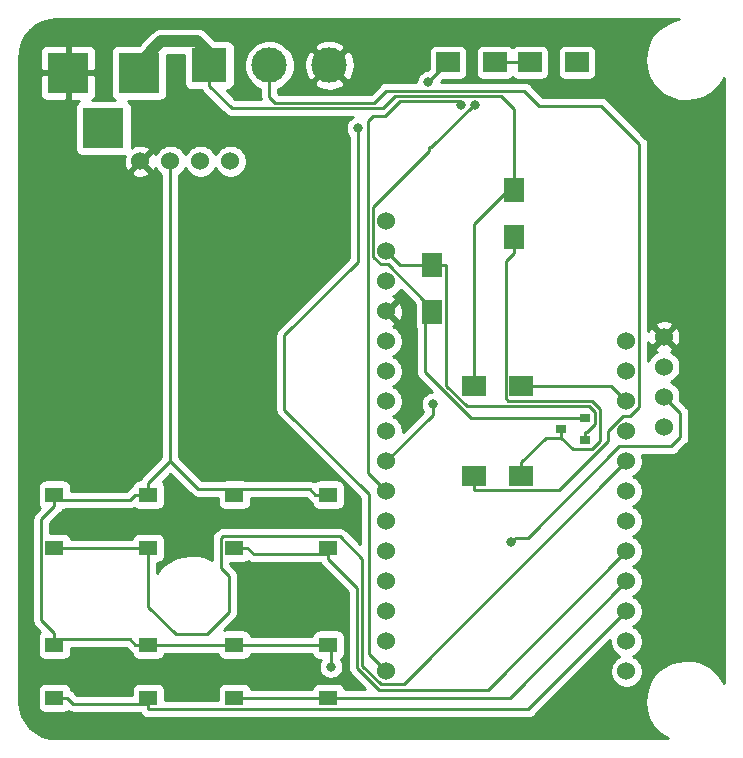
<source format=gbr>
G04 #@! TF.GenerationSoftware,KiCad,Pcbnew,(5.1.0)-1*
G04 #@! TF.CreationDate,2019-06-12T13:49:38+02:00*
G04 #@! TF.ProjectId,me-freeled,6d652d66-7265-4656-9c65-642e6b696361,rev?*
G04 #@! TF.SameCoordinates,Original*
G04 #@! TF.FileFunction,Copper,L1,Top*
G04 #@! TF.FilePolarity,Positive*
%FSLAX46Y46*%
G04 Gerber Fmt 4.6, Leading zero omitted, Abs format (unit mm)*
G04 Created by KiCad (PCBNEW (5.1.0)-1) date 2019-06-12 13:49:38*
%MOMM*%
%LPD*%
G04 APERTURE LIST*
%ADD10C,1.524000*%
%ADD11R,1.550000X1.300000*%
%ADD12R,2.000000X1.700000*%
%ADD13R,3.500000X3.500000*%
%ADD14R,0.900000X0.800000*%
%ADD15R,1.700000X2.000000*%
%ADD16C,3.000000*%
%ADD17R,3.000000X3.000000*%
%ADD18C,1.530000*%
%ADD19C,0.800000*%
%ADD20C,0.250000*%
%ADD21C,1.000000*%
%ADD22C,0.254000*%
G04 APERTURE END LIST*
D10*
X42672000Y-66040000D03*
X40132000Y-66040000D03*
X37592000Y-66040000D03*
X35052000Y-66040000D03*
D11*
X35725000Y-98770000D03*
X27775000Y-98770000D03*
X35725000Y-94270000D03*
X27775000Y-94270000D03*
X43015000Y-94270000D03*
X50965000Y-94270000D03*
X43015000Y-98770000D03*
X50965000Y-98770000D03*
X50965000Y-111470000D03*
X43015000Y-111470000D03*
X50965000Y-106970000D03*
X43015000Y-106970000D03*
X27775000Y-106970000D03*
X35725000Y-106970000D03*
X27775000Y-111470000D03*
X35725000Y-111470000D03*
D10*
X55880000Y-71120000D03*
X55880000Y-73660000D03*
X55880000Y-76200000D03*
X55880000Y-78740000D03*
X55880000Y-81280000D03*
X55880000Y-83820000D03*
X55880000Y-86360000D03*
X55880000Y-88900000D03*
X55880000Y-91440000D03*
X55880000Y-93980000D03*
X55880000Y-96520000D03*
X55880000Y-99060000D03*
X55880000Y-101600000D03*
X55880000Y-104140000D03*
X55880000Y-106680000D03*
X55880000Y-109220000D03*
X76200000Y-109220000D03*
X76200000Y-106680000D03*
X76200000Y-104140000D03*
X76200000Y-101600000D03*
X76200000Y-99060000D03*
X76200000Y-96520000D03*
X76200000Y-93980000D03*
X76200000Y-91440000D03*
X76200000Y-88900000D03*
X76200000Y-86360000D03*
X76200000Y-83820000D03*
X76200000Y-81280000D03*
D12*
X67310000Y-92710000D03*
X63310000Y-92710000D03*
X67310000Y-85090000D03*
X63310000Y-85090000D03*
D13*
X31925000Y-63247000D03*
X28925000Y-58547000D03*
X34925000Y-58547000D03*
D14*
X70691500Y-88709500D03*
X72691500Y-87759500D03*
X72691500Y-89659500D03*
D15*
X59753500Y-74803500D03*
X59753500Y-78803500D03*
X66675000Y-68453000D03*
X66675000Y-72453000D03*
D12*
X65087000Y-57658000D03*
X61087000Y-57658000D03*
X72009000Y-57658000D03*
X68009000Y-57658000D03*
D16*
X51054000Y-57912000D03*
X45974000Y-57912000D03*
D17*
X40894000Y-57912000D03*
D18*
X79375000Y-85979000D03*
X79375000Y-83439000D03*
X79375000Y-80899000D03*
X79375000Y-88519000D03*
D19*
X51181000Y-108839000D03*
X63373000Y-61246010D03*
X65087000Y-57658000D03*
X53467000Y-63246000D03*
X59436000Y-59346000D03*
X62230000Y-61246010D03*
X72009000Y-57658000D03*
X59817000Y-86614000D03*
X66421000Y-98298000D03*
D20*
X66675000Y-67996000D02*
X63310000Y-71361000D01*
X63310000Y-71361000D02*
X63310000Y-85090000D01*
X66675000Y-67996000D02*
X66675000Y-68453000D01*
D21*
X34925000Y-58547000D02*
X34925000Y-58475000D01*
X40894000Y-56896000D02*
X40894000Y-57912000D01*
X39878000Y-55880000D02*
X40894000Y-56896000D01*
X36830000Y-55880000D02*
X39878000Y-55880000D01*
X34925000Y-58547000D02*
X34925000Y-57785000D01*
X34925000Y-57785000D02*
X36830000Y-55880000D01*
D20*
X40894000Y-59662000D02*
X42769010Y-61537010D01*
X40894000Y-57912000D02*
X40894000Y-59662000D01*
X66675000Y-61595000D02*
X66675000Y-67996000D01*
X42769010Y-61537010D02*
X55556990Y-61537010D01*
X55556990Y-61537010D02*
X56572990Y-60521010D01*
X56572990Y-60521010D02*
X65601010Y-60521010D01*
X65601010Y-60521010D02*
X66675000Y-61595000D01*
X59753500Y-74803500D02*
X60928800Y-74803500D01*
X60928800Y-74803500D02*
X60928800Y-85030400D01*
X60928800Y-85030400D02*
X62674900Y-86776500D01*
X62674900Y-86776500D02*
X73032600Y-86776500D01*
X73032600Y-86776500D02*
X73503200Y-87247100D01*
X73503200Y-87247100D02*
X73503200Y-88303800D01*
X73503200Y-88303800D02*
X72872800Y-88934200D01*
X72872800Y-88934200D02*
X72691500Y-88934200D01*
X59753500Y-74803500D02*
X57023500Y-74803500D01*
X57023500Y-74803500D02*
X55880000Y-73660000D01*
X72691500Y-89659500D02*
X72691500Y-88934200D01*
X37592000Y-91427700D02*
X35725000Y-93294700D01*
X37592000Y-66040000D02*
X37592000Y-91427700D01*
X43015000Y-93782300D02*
X39946600Y-93782300D01*
X39946600Y-93782300D02*
X37592000Y-91427700D01*
X49864700Y-94270000D02*
X49377000Y-93782300D01*
X49377000Y-93782300D02*
X43015000Y-93782300D01*
X35725000Y-94270000D02*
X34624700Y-94270000D01*
X27775000Y-94757600D02*
X34137100Y-94757600D01*
X34137100Y-94757600D02*
X34624700Y-94270000D01*
X27775000Y-94757600D02*
X27775000Y-95245300D01*
X27775000Y-94270000D02*
X27775000Y-94757600D01*
X35725000Y-94270000D02*
X35725000Y-93294700D01*
X35725000Y-106970000D02*
X34624700Y-106970000D01*
X27775000Y-106482300D02*
X34137000Y-106482300D01*
X34137000Y-106482300D02*
X34624700Y-106970000D01*
X27775000Y-106482300D02*
X27775000Y-105994700D01*
X27775000Y-106970000D02*
X27775000Y-106482300D01*
X50965000Y-94270000D02*
X49864700Y-94270000D01*
X43015000Y-94270000D02*
X43015000Y-93782300D01*
X35725000Y-106970000D02*
X43015000Y-106970000D01*
X50965000Y-106970000D02*
X43015000Y-106970000D01*
X27775000Y-105994700D02*
X26674600Y-104894300D01*
X26674600Y-104894300D02*
X26674600Y-96345700D01*
X26674600Y-96345700D02*
X27775000Y-95245300D01*
X51181000Y-107186000D02*
X50965000Y-106970000D01*
X51181000Y-108839000D02*
X51181000Y-107186000D01*
X76200000Y-91440000D02*
X57329400Y-110310600D01*
X57329400Y-110310600D02*
X55403200Y-110310600D01*
X55403200Y-110310600D02*
X53840100Y-108747500D01*
X53840100Y-108747500D02*
X53840100Y-99690200D01*
X53840100Y-99690200D02*
X51944500Y-97794600D01*
X51944500Y-97794600D02*
X42039100Y-97794600D01*
X42039100Y-97794600D02*
X41859500Y-97974200D01*
X41859500Y-97974200D02*
X41859500Y-100459700D01*
X41859500Y-100459700D02*
X42545900Y-101146100D01*
X42545900Y-101146100D02*
X42545900Y-104237900D01*
X42545900Y-104237900D02*
X40728200Y-106055600D01*
X40728200Y-106055600D02*
X38037800Y-106055600D01*
X38037800Y-106055600D02*
X35725000Y-103742800D01*
X35725000Y-103742800D02*
X35725000Y-98770000D01*
X35725000Y-98770000D02*
X28875300Y-98770000D01*
X27775000Y-98770000D02*
X28875300Y-98770000D01*
X43015000Y-98770000D02*
X44115300Y-98770000D01*
X50965000Y-99320000D02*
X44665300Y-99320000D01*
X44665300Y-99320000D02*
X44115300Y-98770000D01*
X50965000Y-99320000D02*
X50965000Y-99745300D01*
X50965000Y-98770000D02*
X50965000Y-99320000D01*
X76200000Y-99060000D02*
X64464700Y-110795300D01*
X64464700Y-110795300D02*
X55251000Y-110795300D01*
X55251000Y-110795300D02*
X53389700Y-108934000D01*
X53389700Y-108934000D02*
X53389700Y-102170000D01*
X53389700Y-102170000D02*
X50965000Y-99745300D01*
X76200000Y-101600000D02*
X66330000Y-111470000D01*
X66330000Y-111470000D02*
X50965000Y-111470000D01*
X50965000Y-111470000D02*
X43015000Y-111470000D01*
X59491400Y-65177700D02*
X54776300Y-69892800D01*
X54776300Y-69892800D02*
X54776300Y-74124800D01*
X54776300Y-74124800D02*
X55422100Y-74770600D01*
X55422100Y-74770600D02*
X55997800Y-74770600D01*
X55997800Y-74770600D02*
X59165900Y-77938700D01*
X59165900Y-77938700D02*
X59165900Y-78803500D01*
X59165900Y-78803500D02*
X59165900Y-83904400D01*
X59165900Y-83904400D02*
X63021000Y-87759500D01*
X63021000Y-87759500D02*
X72691500Y-87759500D01*
X59753500Y-78803500D02*
X59165900Y-78803500D01*
X59491400Y-65177700D02*
X59491400Y-64841600D01*
X63255306Y-61246010D02*
X63373000Y-61246010D01*
X59491400Y-64841600D02*
X59659716Y-64841600D01*
X59659716Y-64841600D02*
X63255306Y-61246010D01*
X66337000Y-57658000D02*
X68009000Y-57658000D01*
X65087000Y-57658000D02*
X66337000Y-57658000D01*
X67564000Y-60071000D02*
X55880000Y-60071000D01*
X68834000Y-61341000D02*
X67564000Y-60071000D01*
X74041000Y-61341000D02*
X68834000Y-61341000D01*
X45974000Y-60579000D02*
X45974000Y-57912000D01*
X77300000Y-86854300D02*
X77300000Y-64600000D01*
X76524300Y-87630000D02*
X77300000Y-86854300D01*
X77300000Y-64600000D02*
X74041000Y-61341000D01*
X63310000Y-93885300D02*
X70512600Y-93885300D01*
X63310000Y-92710000D02*
X63310000Y-93885300D01*
X70512600Y-93885300D02*
X74674300Y-89723600D01*
X46482000Y-61087000D02*
X45974000Y-60579000D01*
X74674300Y-89723600D02*
X74674300Y-88881700D01*
X55880000Y-60071000D02*
X54864000Y-61087000D01*
X74674300Y-88881700D02*
X75926000Y-87630000D01*
X54864000Y-61087000D02*
X46482000Y-61087000D01*
X75926000Y-87630000D02*
X76524300Y-87630000D01*
X67310000Y-85090000D02*
X74930000Y-85090000D01*
X74930000Y-85090000D02*
X76200000Y-86360000D01*
X70691500Y-89434800D02*
X71645300Y-90388600D01*
X71645300Y-90388600D02*
X73292800Y-90388600D01*
X73292800Y-90388600D02*
X73953600Y-89727800D01*
X73953600Y-89727800D02*
X73953600Y-87028600D01*
X73953600Y-87028600D02*
X73251100Y-86326100D01*
X73251100Y-86326100D02*
X66192300Y-86326100D01*
X66192300Y-86326100D02*
X65984600Y-86118400D01*
X65984600Y-86118400D02*
X65984600Y-74468700D01*
X65984600Y-74468700D02*
X66675000Y-73778300D01*
X67310000Y-91534700D02*
X69409900Y-89434800D01*
X69409900Y-89434800D02*
X70691500Y-89434800D01*
X66675000Y-72453000D02*
X66675000Y-73778300D01*
X67310000Y-92710000D02*
X67310000Y-91534700D01*
X70691500Y-88709500D02*
X70691500Y-89434800D01*
X27775000Y-111470000D02*
X28875300Y-111470000D01*
X35725000Y-111957600D02*
X29362900Y-111957600D01*
X29362900Y-111957600D02*
X28875300Y-111470000D01*
X35725000Y-111957600D02*
X35725000Y-112445300D01*
X35725000Y-111470000D02*
X35725000Y-111957600D01*
X76200000Y-104140000D02*
X67894700Y-112445300D01*
X67894700Y-112445300D02*
X35725000Y-112445300D01*
X55880000Y-109220000D02*
X54427400Y-107767400D01*
X54427400Y-107767400D02*
X54427400Y-94251100D01*
X54427400Y-94251100D02*
X47244000Y-87067700D01*
X47244000Y-87067700D02*
X47244000Y-80772000D01*
X47244000Y-80772000D02*
X53467000Y-74549000D01*
X53467000Y-74549000D02*
X53467000Y-63246000D01*
X59436000Y-59309000D02*
X61087000Y-57658000D01*
X59436000Y-59346000D02*
X59436000Y-59309000D01*
X54326000Y-65467300D02*
X54326000Y-92426000D01*
X54326000Y-92426000D02*
X55880000Y-93980000D01*
X54326000Y-62641000D02*
X54737000Y-62230000D01*
X54326000Y-65467300D02*
X54326000Y-62641000D01*
X54737000Y-62230000D02*
X55753000Y-62230000D01*
X55753000Y-62230000D02*
X57011980Y-60971020D01*
X57011980Y-60971020D02*
X61955010Y-60971020D01*
X61955010Y-60971020D02*
X62230000Y-61246010D01*
X55880000Y-91440000D02*
X59817000Y-87503000D01*
X59817000Y-87503000D02*
X59817000Y-86614000D01*
X66820999Y-97898001D02*
X67836999Y-97898001D01*
X66421000Y-98298000D02*
X66820999Y-97898001D01*
X67836999Y-97898001D02*
X75565000Y-90170000D01*
X75565000Y-90170000D02*
X80010000Y-90170000D01*
X80010000Y-90170000D02*
X80772000Y-89408000D01*
X80772000Y-87376000D02*
X79375000Y-85979000D01*
X80772000Y-89408000D02*
X80772000Y-87376000D01*
D22*
G36*
X80524173Y-54012109D02*
G01*
X79870849Y-54224387D01*
X79271199Y-54559520D01*
X78748063Y-55004743D01*
X78321369Y-55543098D01*
X78007367Y-56154079D01*
X77818019Y-56814414D01*
X77760537Y-57498950D01*
X77837110Y-58181615D01*
X78044822Y-58836405D01*
X78375761Y-59438380D01*
X78817321Y-59964611D01*
X79352684Y-60395054D01*
X79961457Y-60713313D01*
X80620454Y-60907267D01*
X81304573Y-60969526D01*
X81987755Y-60897721D01*
X82643980Y-60694585D01*
X83248251Y-60367857D01*
X83777551Y-59929982D01*
X84211721Y-59397637D01*
X84430001Y-58987113D01*
X84430000Y-63532418D01*
X84430001Y-63532428D01*
X84430000Y-110213060D01*
X84156192Y-109731070D01*
X83707327Y-109211056D01*
X83166006Y-108788130D01*
X82552848Y-108478401D01*
X81891208Y-108293668D01*
X81206287Y-108240966D01*
X80524173Y-108322303D01*
X79870849Y-108534581D01*
X79271199Y-108869714D01*
X78748063Y-109314937D01*
X78321369Y-109853292D01*
X78007367Y-110464273D01*
X77818019Y-111124608D01*
X77760537Y-111809144D01*
X77837110Y-112491809D01*
X78044822Y-113146599D01*
X78375761Y-113748574D01*
X78817321Y-114274805D01*
X79352684Y-114705248D01*
X79744338Y-114910000D01*
X27972279Y-114910000D01*
X27328779Y-114846904D01*
X26740836Y-114669394D01*
X26198564Y-114381063D01*
X25722636Y-113992906D01*
X25331155Y-113519686D01*
X25039050Y-112979449D01*
X24857437Y-112392756D01*
X24790000Y-111751130D01*
X24790000Y-96345700D01*
X25910924Y-96345700D01*
X25914601Y-96383032D01*
X25914600Y-104856978D01*
X25910924Y-104894300D01*
X25914600Y-104931622D01*
X25914600Y-104931632D01*
X25925597Y-105043285D01*
X25969054Y-105186546D01*
X26039626Y-105318576D01*
X26054489Y-105336686D01*
X26134599Y-105434301D01*
X26163602Y-105458104D01*
X26562820Y-105857321D01*
X26548815Y-105868815D01*
X26469463Y-105965506D01*
X26410498Y-106075820D01*
X26374188Y-106195518D01*
X26361928Y-106320000D01*
X26361928Y-107620000D01*
X26374188Y-107744482D01*
X26410498Y-107864180D01*
X26469463Y-107974494D01*
X26548815Y-108071185D01*
X26645506Y-108150537D01*
X26755820Y-108209502D01*
X26875518Y-108245812D01*
X27000000Y-108258072D01*
X28550000Y-108258072D01*
X28674482Y-108245812D01*
X28794180Y-108209502D01*
X28904494Y-108150537D01*
X29001185Y-108071185D01*
X29080537Y-107974494D01*
X29139502Y-107864180D01*
X29175812Y-107744482D01*
X29188072Y-107620000D01*
X29188072Y-107242300D01*
X33822199Y-107242300D01*
X34060896Y-107480997D01*
X34084699Y-107510001D01*
X34157846Y-107570031D01*
X34200423Y-107604974D01*
X34316562Y-107667052D01*
X34324188Y-107744482D01*
X34360498Y-107864180D01*
X34419463Y-107974494D01*
X34498815Y-108071185D01*
X34595506Y-108150537D01*
X34705820Y-108209502D01*
X34825518Y-108245812D01*
X34950000Y-108258072D01*
X36500000Y-108258072D01*
X36624482Y-108245812D01*
X36744180Y-108209502D01*
X36854494Y-108150537D01*
X36951185Y-108071185D01*
X37030537Y-107974494D01*
X37089502Y-107864180D01*
X37125812Y-107744482D01*
X37127238Y-107730000D01*
X41612762Y-107730000D01*
X41614188Y-107744482D01*
X41650498Y-107864180D01*
X41709463Y-107974494D01*
X41788815Y-108071185D01*
X41885506Y-108150537D01*
X41995820Y-108209502D01*
X42115518Y-108245812D01*
X42240000Y-108258072D01*
X43790000Y-108258072D01*
X43914482Y-108245812D01*
X44034180Y-108209502D01*
X44144494Y-108150537D01*
X44241185Y-108071185D01*
X44320537Y-107974494D01*
X44379502Y-107864180D01*
X44415812Y-107744482D01*
X44417238Y-107730000D01*
X49562762Y-107730000D01*
X49564188Y-107744482D01*
X49600498Y-107864180D01*
X49659463Y-107974494D01*
X49738815Y-108071185D01*
X49835506Y-108150537D01*
X49945820Y-108209502D01*
X50065518Y-108245812D01*
X50190000Y-108258072D01*
X50324380Y-108258072D01*
X50263795Y-108348744D01*
X50185774Y-108537102D01*
X50146000Y-108737061D01*
X50146000Y-108940939D01*
X50185774Y-109140898D01*
X50263795Y-109329256D01*
X50377063Y-109498774D01*
X50521226Y-109642937D01*
X50690744Y-109756205D01*
X50879102Y-109834226D01*
X51079061Y-109874000D01*
X51282939Y-109874000D01*
X51482898Y-109834226D01*
X51671256Y-109756205D01*
X51840774Y-109642937D01*
X51984937Y-109498774D01*
X52098205Y-109329256D01*
X52176226Y-109140898D01*
X52216000Y-108940939D01*
X52216000Y-108737061D01*
X52176226Y-108537102D01*
X52098205Y-108348744D01*
X51999644Y-108201236D01*
X52094494Y-108150537D01*
X52191185Y-108071185D01*
X52270537Y-107974494D01*
X52329502Y-107864180D01*
X52365812Y-107744482D01*
X52378072Y-107620000D01*
X52378072Y-106320000D01*
X52365812Y-106195518D01*
X52329502Y-106075820D01*
X52270537Y-105965506D01*
X52191185Y-105868815D01*
X52094494Y-105789463D01*
X51984180Y-105730498D01*
X51864482Y-105694188D01*
X51740000Y-105681928D01*
X50190000Y-105681928D01*
X50065518Y-105694188D01*
X49945820Y-105730498D01*
X49835506Y-105789463D01*
X49738815Y-105868815D01*
X49659463Y-105965506D01*
X49600498Y-106075820D01*
X49564188Y-106195518D01*
X49562762Y-106210000D01*
X44417238Y-106210000D01*
X44415812Y-106195518D01*
X44379502Y-106075820D01*
X44320537Y-105965506D01*
X44241185Y-105868815D01*
X44144494Y-105789463D01*
X44034180Y-105730498D01*
X43914482Y-105694188D01*
X43790000Y-105681928D01*
X42240000Y-105681928D01*
X42169755Y-105688846D01*
X43056903Y-104801699D01*
X43085901Y-104777901D01*
X43112644Y-104745315D01*
X43180874Y-104662177D01*
X43251446Y-104530147D01*
X43263077Y-104491803D01*
X43294903Y-104386886D01*
X43305900Y-104275233D01*
X43305900Y-104275223D01*
X43309576Y-104237900D01*
X43305900Y-104200578D01*
X43305900Y-101183422D01*
X43309576Y-101146099D01*
X43305900Y-101108776D01*
X43305900Y-101108767D01*
X43294903Y-100997114D01*
X43251446Y-100853853D01*
X43180874Y-100721824D01*
X43085901Y-100606099D01*
X43056904Y-100582302D01*
X42619500Y-100144899D01*
X42619500Y-100058072D01*
X43790000Y-100058072D01*
X43914482Y-100045812D01*
X44034180Y-100009502D01*
X44144494Y-99950537D01*
X44190056Y-99913146D01*
X44241024Y-99954974D01*
X44373053Y-100025546D01*
X44516314Y-100069003D01*
X44627967Y-100080000D01*
X44627976Y-100080000D01*
X44665299Y-100083676D01*
X44702622Y-100080000D01*
X50282146Y-100080000D01*
X50330026Y-100169576D01*
X50425000Y-100285301D01*
X50453998Y-100309099D01*
X52629701Y-102484803D01*
X52629700Y-108896677D01*
X52626024Y-108934000D01*
X52629700Y-108971322D01*
X52629700Y-108971332D01*
X52640697Y-109082985D01*
X52667631Y-109171775D01*
X52684154Y-109226246D01*
X52754726Y-109358276D01*
X52763516Y-109368986D01*
X52849699Y-109474001D01*
X52878703Y-109497804D01*
X54090898Y-110710000D01*
X52367238Y-110710000D01*
X52365812Y-110695518D01*
X52329502Y-110575820D01*
X52270537Y-110465506D01*
X52191185Y-110368815D01*
X52094494Y-110289463D01*
X51984180Y-110230498D01*
X51864482Y-110194188D01*
X51740000Y-110181928D01*
X50190000Y-110181928D01*
X50065518Y-110194188D01*
X49945820Y-110230498D01*
X49835506Y-110289463D01*
X49738815Y-110368815D01*
X49659463Y-110465506D01*
X49600498Y-110575820D01*
X49564188Y-110695518D01*
X49562762Y-110710000D01*
X44417238Y-110710000D01*
X44415812Y-110695518D01*
X44379502Y-110575820D01*
X44320537Y-110465506D01*
X44241185Y-110368815D01*
X44144494Y-110289463D01*
X44034180Y-110230498D01*
X43914482Y-110194188D01*
X43790000Y-110181928D01*
X42240000Y-110181928D01*
X42115518Y-110194188D01*
X41995820Y-110230498D01*
X41885506Y-110289463D01*
X41788815Y-110368815D01*
X41709463Y-110465506D01*
X41650498Y-110575820D01*
X41614188Y-110695518D01*
X41601928Y-110820000D01*
X41601928Y-111685300D01*
X37138072Y-111685300D01*
X37138072Y-110820000D01*
X37125812Y-110695518D01*
X37089502Y-110575820D01*
X37030537Y-110465506D01*
X36951185Y-110368815D01*
X36854494Y-110289463D01*
X36744180Y-110230498D01*
X36624482Y-110194188D01*
X36500000Y-110181928D01*
X34950000Y-110181928D01*
X34825518Y-110194188D01*
X34705820Y-110230498D01*
X34595506Y-110289463D01*
X34498815Y-110368815D01*
X34419463Y-110465506D01*
X34360498Y-110575820D01*
X34324188Y-110695518D01*
X34311928Y-110820000D01*
X34311928Y-111197600D01*
X29677701Y-111197600D01*
X29439104Y-110959003D01*
X29415301Y-110929999D01*
X29299576Y-110835026D01*
X29183438Y-110772948D01*
X29175812Y-110695518D01*
X29139502Y-110575820D01*
X29080537Y-110465506D01*
X29001185Y-110368815D01*
X28904494Y-110289463D01*
X28794180Y-110230498D01*
X28674482Y-110194188D01*
X28550000Y-110181928D01*
X27000000Y-110181928D01*
X26875518Y-110194188D01*
X26755820Y-110230498D01*
X26645506Y-110289463D01*
X26548815Y-110368815D01*
X26469463Y-110465506D01*
X26410498Y-110575820D01*
X26374188Y-110695518D01*
X26361928Y-110820000D01*
X26361928Y-112120000D01*
X26374188Y-112244482D01*
X26410498Y-112364180D01*
X26469463Y-112474494D01*
X26548815Y-112571185D01*
X26645506Y-112650537D01*
X26755820Y-112709502D01*
X26875518Y-112745812D01*
X27000000Y-112758072D01*
X28550000Y-112758072D01*
X28674482Y-112745812D01*
X28794180Y-112709502D01*
X28904494Y-112650537D01*
X28960727Y-112604388D01*
X29070653Y-112663146D01*
X29213914Y-112706603D01*
X29362900Y-112721277D01*
X29400233Y-112717600D01*
X34732516Y-112717600D01*
X34825518Y-112745812D01*
X34950000Y-112758072D01*
X35030425Y-112758072D01*
X35090026Y-112869576D01*
X35184999Y-112985301D01*
X35300724Y-113080274D01*
X35432753Y-113150846D01*
X35576014Y-113194303D01*
X35687667Y-113205300D01*
X35725000Y-113208977D01*
X35762333Y-113205300D01*
X67857378Y-113205300D01*
X67894700Y-113208976D01*
X67932022Y-113205300D01*
X67932033Y-113205300D01*
X68043686Y-113194303D01*
X68186947Y-113150846D01*
X68318976Y-113080274D01*
X68434701Y-112985301D01*
X68458504Y-112956297D01*
X74803000Y-106611802D01*
X74803000Y-106817592D01*
X74856686Y-107087490D01*
X74961995Y-107341727D01*
X75114880Y-107570535D01*
X75309465Y-107765120D01*
X75538273Y-107918005D01*
X75615515Y-107950000D01*
X75538273Y-107981995D01*
X75309465Y-108134880D01*
X75114880Y-108329465D01*
X74961995Y-108558273D01*
X74856686Y-108812510D01*
X74803000Y-109082408D01*
X74803000Y-109357592D01*
X74856686Y-109627490D01*
X74961995Y-109881727D01*
X75114880Y-110110535D01*
X75309465Y-110305120D01*
X75538273Y-110458005D01*
X75792510Y-110563314D01*
X76062408Y-110617000D01*
X76337592Y-110617000D01*
X76607490Y-110563314D01*
X76861727Y-110458005D01*
X77090535Y-110305120D01*
X77285120Y-110110535D01*
X77438005Y-109881727D01*
X77543314Y-109627490D01*
X77597000Y-109357592D01*
X77597000Y-109082408D01*
X77543314Y-108812510D01*
X77438005Y-108558273D01*
X77285120Y-108329465D01*
X77090535Y-108134880D01*
X76861727Y-107981995D01*
X76784485Y-107950000D01*
X76861727Y-107918005D01*
X77090535Y-107765120D01*
X77285120Y-107570535D01*
X77438005Y-107341727D01*
X77543314Y-107087490D01*
X77597000Y-106817592D01*
X77597000Y-106542408D01*
X77543314Y-106272510D01*
X77438005Y-106018273D01*
X77285120Y-105789465D01*
X77090535Y-105594880D01*
X76861727Y-105441995D01*
X76784485Y-105410000D01*
X76861727Y-105378005D01*
X77090535Y-105225120D01*
X77285120Y-105030535D01*
X77438005Y-104801727D01*
X77543314Y-104547490D01*
X77597000Y-104277592D01*
X77597000Y-104002408D01*
X77543314Y-103732510D01*
X77438005Y-103478273D01*
X77285120Y-103249465D01*
X77090535Y-103054880D01*
X76861727Y-102901995D01*
X76784485Y-102870000D01*
X76861727Y-102838005D01*
X77090535Y-102685120D01*
X77285120Y-102490535D01*
X77438005Y-102261727D01*
X77543314Y-102007490D01*
X77597000Y-101737592D01*
X77597000Y-101462408D01*
X77543314Y-101192510D01*
X77438005Y-100938273D01*
X77285120Y-100709465D01*
X77090535Y-100514880D01*
X76861727Y-100361995D01*
X76784485Y-100330000D01*
X76861727Y-100298005D01*
X77090535Y-100145120D01*
X77285120Y-99950535D01*
X77438005Y-99721727D01*
X77543314Y-99467490D01*
X77597000Y-99197592D01*
X77597000Y-98922408D01*
X77543314Y-98652510D01*
X77438005Y-98398273D01*
X77285120Y-98169465D01*
X77090535Y-97974880D01*
X76861727Y-97821995D01*
X76784485Y-97790000D01*
X76861727Y-97758005D01*
X77090535Y-97605120D01*
X77285120Y-97410535D01*
X77438005Y-97181727D01*
X77543314Y-96927490D01*
X77597000Y-96657592D01*
X77597000Y-96382408D01*
X77543314Y-96112510D01*
X77438005Y-95858273D01*
X77285120Y-95629465D01*
X77090535Y-95434880D01*
X76861727Y-95281995D01*
X76784485Y-95250000D01*
X76861727Y-95218005D01*
X77090535Y-95065120D01*
X77285120Y-94870535D01*
X77438005Y-94641727D01*
X77543314Y-94387490D01*
X77597000Y-94117592D01*
X77597000Y-93842408D01*
X77543314Y-93572510D01*
X77438005Y-93318273D01*
X77285120Y-93089465D01*
X77090535Y-92894880D01*
X76861727Y-92741995D01*
X76784485Y-92710000D01*
X76861727Y-92678005D01*
X77090535Y-92525120D01*
X77285120Y-92330535D01*
X77438005Y-92101727D01*
X77543314Y-91847490D01*
X77597000Y-91577592D01*
X77597000Y-91302408D01*
X77543314Y-91032510D01*
X77500853Y-90930000D01*
X79972678Y-90930000D01*
X80010000Y-90933676D01*
X80047322Y-90930000D01*
X80047333Y-90930000D01*
X80158986Y-90919003D01*
X80302247Y-90875546D01*
X80434276Y-90804974D01*
X80550001Y-90710001D01*
X80573803Y-90680998D01*
X81283004Y-89971798D01*
X81312001Y-89948001D01*
X81406974Y-89832276D01*
X81477546Y-89700247D01*
X81521003Y-89556986D01*
X81532000Y-89445333D01*
X81532000Y-89445325D01*
X81535676Y-89408000D01*
X81532000Y-89370675D01*
X81532000Y-87413322D01*
X81535676Y-87375999D01*
X81532000Y-87338676D01*
X81532000Y-87338667D01*
X81521003Y-87227014D01*
X81477546Y-87083753D01*
X81406974Y-86951724D01*
X81312001Y-86835999D01*
X81283003Y-86812201D01*
X80743923Y-86273122D01*
X80775000Y-86116888D01*
X80775000Y-85841112D01*
X80721199Y-85570635D01*
X80615664Y-85315851D01*
X80462451Y-85086552D01*
X80267448Y-84891549D01*
X80038149Y-84738336D01*
X79967326Y-84709000D01*
X80038149Y-84679664D01*
X80267448Y-84526451D01*
X80462451Y-84331448D01*
X80615664Y-84102149D01*
X80721199Y-83847365D01*
X80775000Y-83576888D01*
X80775000Y-83301112D01*
X80721199Y-83030635D01*
X80615664Y-82775851D01*
X80462451Y-82546552D01*
X80267448Y-82351549D01*
X80038149Y-82198336D01*
X79973406Y-82171518D01*
X79979072Y-82169478D01*
X80095760Y-82107106D01*
X80163102Y-81866707D01*
X79375000Y-81078605D01*
X78586898Y-81866707D01*
X78654240Y-82107106D01*
X78784336Y-82168312D01*
X78711851Y-82198336D01*
X78482552Y-82351549D01*
X78287549Y-82546552D01*
X78134336Y-82775851D01*
X78060000Y-82955314D01*
X78060000Y-81379438D01*
X78104522Y-81503072D01*
X78166894Y-81619760D01*
X78407293Y-81687102D01*
X79195395Y-80899000D01*
X79554605Y-80899000D01*
X80342707Y-81687102D01*
X80583106Y-81619760D01*
X80700506Y-81370220D01*
X80766967Y-81102573D01*
X80779936Y-80827101D01*
X80738914Y-80554393D01*
X80645478Y-80294928D01*
X80583106Y-80178240D01*
X80342707Y-80110898D01*
X79554605Y-80899000D01*
X79195395Y-80899000D01*
X78407293Y-80110898D01*
X78166894Y-80178240D01*
X78060000Y-80405449D01*
X78060000Y-79931293D01*
X78586898Y-79931293D01*
X79375000Y-80719395D01*
X80163102Y-79931293D01*
X80095760Y-79690894D01*
X79846220Y-79573494D01*
X79578573Y-79507033D01*
X79303101Y-79494064D01*
X79030393Y-79535086D01*
X78770928Y-79628522D01*
X78654240Y-79690894D01*
X78586898Y-79931293D01*
X78060000Y-79931293D01*
X78060000Y-64637322D01*
X78063676Y-64600000D01*
X78060000Y-64562677D01*
X78060000Y-64562667D01*
X78049003Y-64451014D01*
X78005546Y-64307753D01*
X77951492Y-64206626D01*
X77934974Y-64175723D01*
X77863799Y-64088997D01*
X77840001Y-64059999D01*
X77811003Y-64036201D01*
X74604804Y-60830003D01*
X74581001Y-60800999D01*
X74465276Y-60706026D01*
X74333247Y-60635454D01*
X74189986Y-60591997D01*
X74078333Y-60581000D01*
X74078322Y-60581000D01*
X74041000Y-60577324D01*
X74003678Y-60581000D01*
X69148802Y-60581000D01*
X68127804Y-59560003D01*
X68104001Y-59530999D01*
X67988276Y-59436026D01*
X67856247Y-59365454D01*
X67712986Y-59321997D01*
X67601333Y-59311000D01*
X67601322Y-59311000D01*
X67564000Y-59307324D01*
X67526678Y-59311000D01*
X60508801Y-59311000D01*
X60673729Y-59146072D01*
X62087000Y-59146072D01*
X62211482Y-59133812D01*
X62331180Y-59097502D01*
X62441494Y-59038537D01*
X62538185Y-58959185D01*
X62617537Y-58862494D01*
X62676502Y-58752180D01*
X62712812Y-58632482D01*
X62725072Y-58508000D01*
X62725072Y-56808000D01*
X63448928Y-56808000D01*
X63448928Y-58508000D01*
X63461188Y-58632482D01*
X63497498Y-58752180D01*
X63556463Y-58862494D01*
X63635815Y-58959185D01*
X63732506Y-59038537D01*
X63842820Y-59097502D01*
X63962518Y-59133812D01*
X64087000Y-59146072D01*
X66087000Y-59146072D01*
X66211482Y-59133812D01*
X66331180Y-59097502D01*
X66441494Y-59038537D01*
X66538185Y-58959185D01*
X66548000Y-58947225D01*
X66557815Y-58959185D01*
X66654506Y-59038537D01*
X66764820Y-59097502D01*
X66884518Y-59133812D01*
X67009000Y-59146072D01*
X69009000Y-59146072D01*
X69133482Y-59133812D01*
X69253180Y-59097502D01*
X69363494Y-59038537D01*
X69460185Y-58959185D01*
X69539537Y-58862494D01*
X69598502Y-58752180D01*
X69634812Y-58632482D01*
X69647072Y-58508000D01*
X69647072Y-56808000D01*
X70370928Y-56808000D01*
X70370928Y-58508000D01*
X70383188Y-58632482D01*
X70419498Y-58752180D01*
X70478463Y-58862494D01*
X70557815Y-58959185D01*
X70654506Y-59038537D01*
X70764820Y-59097502D01*
X70884518Y-59133812D01*
X71009000Y-59146072D01*
X73009000Y-59146072D01*
X73133482Y-59133812D01*
X73253180Y-59097502D01*
X73363494Y-59038537D01*
X73460185Y-58959185D01*
X73539537Y-58862494D01*
X73598502Y-58752180D01*
X73634812Y-58632482D01*
X73647072Y-58508000D01*
X73647072Y-56808000D01*
X73634812Y-56683518D01*
X73598502Y-56563820D01*
X73539537Y-56453506D01*
X73460185Y-56356815D01*
X73363494Y-56277463D01*
X73253180Y-56218498D01*
X73133482Y-56182188D01*
X73009000Y-56169928D01*
X71009000Y-56169928D01*
X70884518Y-56182188D01*
X70764820Y-56218498D01*
X70654506Y-56277463D01*
X70557815Y-56356815D01*
X70478463Y-56453506D01*
X70419498Y-56563820D01*
X70383188Y-56683518D01*
X70370928Y-56808000D01*
X69647072Y-56808000D01*
X69634812Y-56683518D01*
X69598502Y-56563820D01*
X69539537Y-56453506D01*
X69460185Y-56356815D01*
X69363494Y-56277463D01*
X69253180Y-56218498D01*
X69133482Y-56182188D01*
X69009000Y-56169928D01*
X67009000Y-56169928D01*
X66884518Y-56182188D01*
X66764820Y-56218498D01*
X66654506Y-56277463D01*
X66557815Y-56356815D01*
X66548000Y-56368775D01*
X66538185Y-56356815D01*
X66441494Y-56277463D01*
X66331180Y-56218498D01*
X66211482Y-56182188D01*
X66087000Y-56169928D01*
X64087000Y-56169928D01*
X63962518Y-56182188D01*
X63842820Y-56218498D01*
X63732506Y-56277463D01*
X63635815Y-56356815D01*
X63556463Y-56453506D01*
X63497498Y-56563820D01*
X63461188Y-56683518D01*
X63448928Y-56808000D01*
X62725072Y-56808000D01*
X62712812Y-56683518D01*
X62676502Y-56563820D01*
X62617537Y-56453506D01*
X62538185Y-56356815D01*
X62441494Y-56277463D01*
X62331180Y-56218498D01*
X62211482Y-56182188D01*
X62087000Y-56169928D01*
X60087000Y-56169928D01*
X59962518Y-56182188D01*
X59842820Y-56218498D01*
X59732506Y-56277463D01*
X59635815Y-56356815D01*
X59556463Y-56453506D01*
X59497498Y-56563820D01*
X59461188Y-56683518D01*
X59448928Y-56808000D01*
X59448928Y-58221271D01*
X59359199Y-58311000D01*
X59334061Y-58311000D01*
X59134102Y-58350774D01*
X58945744Y-58428795D01*
X58776226Y-58542063D01*
X58632063Y-58686226D01*
X58518795Y-58855744D01*
X58440774Y-59044102D01*
X58401000Y-59244061D01*
X58401000Y-59311000D01*
X55917322Y-59311000D01*
X55880000Y-59307324D01*
X55842677Y-59311000D01*
X55842667Y-59311000D01*
X55731014Y-59321997D01*
X55587753Y-59365454D01*
X55455723Y-59436026D01*
X55383882Y-59494985D01*
X55339999Y-59530999D01*
X55316201Y-59559997D01*
X54549199Y-60327000D01*
X46796802Y-60327000D01*
X46734000Y-60264199D01*
X46734000Y-59908105D01*
X46985302Y-59804012D01*
X47334983Y-59570363D01*
X47501693Y-59403653D01*
X49741952Y-59403653D01*
X49897962Y-59719214D01*
X50272745Y-59910020D01*
X50677551Y-60024044D01*
X51096824Y-60056902D01*
X51514451Y-60007334D01*
X51914383Y-59877243D01*
X52210038Y-59719214D01*
X52366048Y-59403653D01*
X51054000Y-58091605D01*
X49741952Y-59403653D01*
X47501693Y-59403653D01*
X47632363Y-59272983D01*
X47866012Y-58923302D01*
X48026953Y-58534756D01*
X48109000Y-58122279D01*
X48109000Y-57954824D01*
X48909098Y-57954824D01*
X48958666Y-58372451D01*
X49088757Y-58772383D01*
X49246786Y-59068038D01*
X49562347Y-59224048D01*
X50874395Y-57912000D01*
X51233605Y-57912000D01*
X52545653Y-59224048D01*
X52861214Y-59068038D01*
X53052020Y-58693255D01*
X53166044Y-58288449D01*
X53198902Y-57869176D01*
X53149334Y-57451549D01*
X53019243Y-57051617D01*
X52861214Y-56755962D01*
X52545653Y-56599952D01*
X51233605Y-57912000D01*
X50874395Y-57912000D01*
X49562347Y-56599952D01*
X49246786Y-56755962D01*
X49055980Y-57130745D01*
X48941956Y-57535551D01*
X48909098Y-57954824D01*
X48109000Y-57954824D01*
X48109000Y-57701721D01*
X48026953Y-57289244D01*
X47866012Y-56900698D01*
X47632363Y-56551017D01*
X47501693Y-56420347D01*
X49741952Y-56420347D01*
X51054000Y-57732395D01*
X52366048Y-56420347D01*
X52210038Y-56104786D01*
X51835255Y-55913980D01*
X51430449Y-55799956D01*
X51011176Y-55767098D01*
X50593549Y-55816666D01*
X50193617Y-55946757D01*
X49897962Y-56104786D01*
X49741952Y-56420347D01*
X47501693Y-56420347D01*
X47334983Y-56253637D01*
X46985302Y-56019988D01*
X46596756Y-55859047D01*
X46184279Y-55777000D01*
X45763721Y-55777000D01*
X45351244Y-55859047D01*
X44962698Y-56019988D01*
X44613017Y-56253637D01*
X44315637Y-56551017D01*
X44081988Y-56900698D01*
X43921047Y-57289244D01*
X43839000Y-57701721D01*
X43839000Y-58122279D01*
X43921047Y-58534756D01*
X44081988Y-58923302D01*
X44315637Y-59272983D01*
X44613017Y-59570363D01*
X44962698Y-59804012D01*
X45214000Y-59908105D01*
X45214000Y-60541677D01*
X45210324Y-60579000D01*
X45214000Y-60616322D01*
X45214000Y-60616332D01*
X45224997Y-60727985D01*
X45239868Y-60777010D01*
X43083812Y-60777010D01*
X42356873Y-60050072D01*
X42394000Y-60050072D01*
X42518482Y-60037812D01*
X42638180Y-60001502D01*
X42748494Y-59942537D01*
X42845185Y-59863185D01*
X42924537Y-59766494D01*
X42983502Y-59656180D01*
X43019812Y-59536482D01*
X43032072Y-59412000D01*
X43032072Y-56412000D01*
X43019812Y-56287518D01*
X42983502Y-56167820D01*
X42924537Y-56057506D01*
X42845185Y-55960815D01*
X42748494Y-55881463D01*
X42638180Y-55822498D01*
X42518482Y-55786188D01*
X42394000Y-55773928D01*
X41377060Y-55773928D01*
X40719996Y-55116864D01*
X40684449Y-55073551D01*
X40511623Y-54931716D01*
X40314447Y-54826324D01*
X40100499Y-54761423D01*
X39933752Y-54745000D01*
X39933751Y-54745000D01*
X39878000Y-54739509D01*
X39822249Y-54745000D01*
X36885752Y-54745000D01*
X36830000Y-54739509D01*
X36774248Y-54745000D01*
X36607501Y-54761423D01*
X36393553Y-54826324D01*
X36196377Y-54931716D01*
X36023551Y-55073551D01*
X35988009Y-55116859D01*
X34945941Y-56158928D01*
X33175000Y-56158928D01*
X33050518Y-56171188D01*
X32930820Y-56207498D01*
X32820506Y-56266463D01*
X32723815Y-56345815D01*
X32644463Y-56442506D01*
X32585498Y-56552820D01*
X32549188Y-56672518D01*
X32536928Y-56797000D01*
X32536928Y-60297000D01*
X32549188Y-60421482D01*
X32585498Y-60541180D01*
X32644463Y-60651494D01*
X32723815Y-60748185D01*
X32820506Y-60827537D01*
X32879233Y-60858928D01*
X30970767Y-60858928D01*
X31029494Y-60827537D01*
X31126185Y-60748185D01*
X31205537Y-60651494D01*
X31264502Y-60541180D01*
X31300812Y-60421482D01*
X31313072Y-60297000D01*
X31310000Y-58832750D01*
X31151250Y-58674000D01*
X29052000Y-58674000D01*
X29052000Y-60773250D01*
X29210750Y-60932000D01*
X29882345Y-60933409D01*
X29820506Y-60966463D01*
X29723815Y-61045815D01*
X29644463Y-61142506D01*
X29585498Y-61252820D01*
X29549188Y-61372518D01*
X29536928Y-61497000D01*
X29536928Y-64997000D01*
X29549188Y-65121482D01*
X29585498Y-65241180D01*
X29644463Y-65351494D01*
X29723815Y-65448185D01*
X29820506Y-65527537D01*
X29930820Y-65586502D01*
X30050518Y-65622812D01*
X30175000Y-65635072D01*
X33675000Y-65635072D01*
X33714065Y-65631225D01*
X33662977Y-65837135D01*
X33650090Y-66112017D01*
X33691078Y-66384133D01*
X33784364Y-66643023D01*
X33846344Y-66758980D01*
X34086435Y-66825960D01*
X34872395Y-66040000D01*
X34858253Y-66025858D01*
X35037858Y-65846253D01*
X35052000Y-65860395D01*
X35837960Y-65074435D01*
X35770980Y-64834344D01*
X35521952Y-64717244D01*
X35254865Y-64650977D01*
X34979983Y-64638090D01*
X34707867Y-64679078D01*
X34448977Y-64772364D01*
X34333020Y-64834344D01*
X34313072Y-64905848D01*
X34313072Y-61497000D01*
X34300812Y-61372518D01*
X34264502Y-61252820D01*
X34205537Y-61142506D01*
X34126185Y-61045815D01*
X34029494Y-60966463D01*
X33970767Y-60935072D01*
X36675000Y-60935072D01*
X36799482Y-60922812D01*
X36919180Y-60886502D01*
X37029494Y-60827537D01*
X37126185Y-60748185D01*
X37205537Y-60651494D01*
X37264502Y-60541180D01*
X37300812Y-60421482D01*
X37313072Y-60297000D01*
X37313072Y-57015000D01*
X38755928Y-57015000D01*
X38755928Y-59412000D01*
X38768188Y-59536482D01*
X38804498Y-59656180D01*
X38863463Y-59766494D01*
X38942815Y-59863185D01*
X39039506Y-59942537D01*
X39149820Y-60001502D01*
X39269518Y-60037812D01*
X39394000Y-60050072D01*
X40239674Y-60050072D01*
X40259026Y-60086276D01*
X40330201Y-60173002D01*
X40354000Y-60202001D01*
X40382998Y-60225799D01*
X42205211Y-62048013D01*
X42229009Y-62077011D01*
X42258240Y-62101000D01*
X42344734Y-62171984D01*
X42476763Y-62242556D01*
X42620024Y-62286013D01*
X42769010Y-62300687D01*
X42806343Y-62297010D01*
X53053479Y-62297010D01*
X52976744Y-62328795D01*
X52807226Y-62442063D01*
X52663063Y-62586226D01*
X52549795Y-62755744D01*
X52471774Y-62944102D01*
X52432000Y-63144061D01*
X52432000Y-63347939D01*
X52471774Y-63547898D01*
X52549795Y-63736256D01*
X52663063Y-63905774D01*
X52707001Y-63949712D01*
X52707000Y-74234198D01*
X46732998Y-80208201D01*
X46704000Y-80231999D01*
X46680202Y-80260997D01*
X46680201Y-80260998D01*
X46609026Y-80347724D01*
X46538454Y-80479754D01*
X46494998Y-80623015D01*
X46480324Y-80772000D01*
X46484001Y-80809332D01*
X46484000Y-87030377D01*
X46480324Y-87067700D01*
X46484000Y-87105022D01*
X46484000Y-87105032D01*
X46494997Y-87216685D01*
X46527914Y-87325199D01*
X46538454Y-87359946D01*
X46609026Y-87491976D01*
X46636541Y-87525503D01*
X46703999Y-87607701D01*
X46733003Y-87631504D01*
X53667401Y-94565903D01*
X53667401Y-98442699D01*
X52508304Y-97283603D01*
X52484501Y-97254599D01*
X52368776Y-97159626D01*
X52236747Y-97089054D01*
X52093486Y-97045597D01*
X51981833Y-97034600D01*
X51981822Y-97034600D01*
X51944500Y-97030924D01*
X51907178Y-97034600D01*
X42076425Y-97034600D01*
X42039100Y-97030924D01*
X42001775Y-97034600D01*
X42001767Y-97034600D01*
X41890114Y-97045597D01*
X41746853Y-97089054D01*
X41614824Y-97159626D01*
X41499099Y-97254599D01*
X41475296Y-97283603D01*
X41348503Y-97410396D01*
X41319499Y-97434199D01*
X41270370Y-97494063D01*
X41224526Y-97549924D01*
X41177327Y-97638226D01*
X41153954Y-97681954D01*
X41110497Y-97825215D01*
X41099500Y-97936868D01*
X41099500Y-97936878D01*
X41095824Y-97974200D01*
X41099500Y-98011523D01*
X41099501Y-99819073D01*
X40642848Y-99588401D01*
X39981208Y-99403668D01*
X39296287Y-99350966D01*
X38614173Y-99432303D01*
X37960849Y-99644581D01*
X37361199Y-99979714D01*
X36838063Y-100424937D01*
X36485000Y-100870393D01*
X36485000Y-100058072D01*
X36500000Y-100058072D01*
X36624482Y-100045812D01*
X36744180Y-100009502D01*
X36854494Y-99950537D01*
X36951185Y-99871185D01*
X37030537Y-99774494D01*
X37089502Y-99664180D01*
X37125812Y-99544482D01*
X37138072Y-99420000D01*
X37138072Y-98120000D01*
X37125812Y-97995518D01*
X37089502Y-97875820D01*
X37030537Y-97765506D01*
X36951185Y-97668815D01*
X36854494Y-97589463D01*
X36744180Y-97530498D01*
X36624482Y-97494188D01*
X36500000Y-97481928D01*
X34950000Y-97481928D01*
X34825518Y-97494188D01*
X34705820Y-97530498D01*
X34595506Y-97589463D01*
X34498815Y-97668815D01*
X34419463Y-97765506D01*
X34360498Y-97875820D01*
X34324188Y-97995518D01*
X34322762Y-98010000D01*
X29177238Y-98010000D01*
X29175812Y-97995518D01*
X29139502Y-97875820D01*
X29080537Y-97765506D01*
X29001185Y-97668815D01*
X28904494Y-97589463D01*
X28794180Y-97530498D01*
X28674482Y-97494188D01*
X28550000Y-97481928D01*
X27434600Y-97481928D01*
X27434600Y-96660501D01*
X28286003Y-95809099D01*
X28315001Y-95785301D01*
X28409974Y-95669576D01*
X28469575Y-95558072D01*
X28550000Y-95558072D01*
X28674482Y-95545812D01*
X28767484Y-95517600D01*
X34099778Y-95517600D01*
X34137100Y-95521276D01*
X34174422Y-95517600D01*
X34174433Y-95517600D01*
X34286086Y-95506603D01*
X34429347Y-95463146D01*
X34539273Y-95404388D01*
X34595506Y-95450537D01*
X34705820Y-95509502D01*
X34825518Y-95545812D01*
X34950000Y-95558072D01*
X36500000Y-95558072D01*
X36624482Y-95545812D01*
X36744180Y-95509502D01*
X36854494Y-95450537D01*
X36951185Y-95371185D01*
X37030537Y-95274494D01*
X37089502Y-95164180D01*
X37125812Y-95044482D01*
X37138072Y-94920000D01*
X37138072Y-93620000D01*
X37125812Y-93495518D01*
X37089502Y-93375820D01*
X37030537Y-93265506D01*
X36951185Y-93168815D01*
X36937180Y-93157321D01*
X37592000Y-92502501D01*
X39382800Y-94293302D01*
X39406599Y-94322301D01*
X39522324Y-94417274D01*
X39654353Y-94487846D01*
X39797614Y-94531303D01*
X39909267Y-94542300D01*
X39909276Y-94542300D01*
X39946599Y-94545976D01*
X39983922Y-94542300D01*
X41601928Y-94542300D01*
X41601928Y-94920000D01*
X41614188Y-95044482D01*
X41650498Y-95164180D01*
X41709463Y-95274494D01*
X41788815Y-95371185D01*
X41885506Y-95450537D01*
X41995820Y-95509502D01*
X42115518Y-95545812D01*
X42240000Y-95558072D01*
X43790000Y-95558072D01*
X43914482Y-95545812D01*
X44034180Y-95509502D01*
X44144494Y-95450537D01*
X44241185Y-95371185D01*
X44320537Y-95274494D01*
X44379502Y-95164180D01*
X44415812Y-95044482D01*
X44428072Y-94920000D01*
X44428072Y-94542300D01*
X49062199Y-94542300D01*
X49300896Y-94780997D01*
X49324699Y-94810001D01*
X49397846Y-94870031D01*
X49440423Y-94904974D01*
X49530374Y-94953054D01*
X49556562Y-94967052D01*
X49564188Y-95044482D01*
X49600498Y-95164180D01*
X49659463Y-95274494D01*
X49738815Y-95371185D01*
X49835506Y-95450537D01*
X49945820Y-95509502D01*
X50065518Y-95545812D01*
X50190000Y-95558072D01*
X51740000Y-95558072D01*
X51864482Y-95545812D01*
X51984180Y-95509502D01*
X52094494Y-95450537D01*
X52191185Y-95371185D01*
X52270537Y-95274494D01*
X52329502Y-95164180D01*
X52365812Y-95044482D01*
X52378072Y-94920000D01*
X52378072Y-93620000D01*
X52365812Y-93495518D01*
X52329502Y-93375820D01*
X52270537Y-93265506D01*
X52191185Y-93168815D01*
X52094494Y-93089463D01*
X51984180Y-93030498D01*
X51864482Y-92994188D01*
X51740000Y-92981928D01*
X50190000Y-92981928D01*
X50065518Y-92994188D01*
X49945820Y-93030498D01*
X49835506Y-93089463D01*
X49779308Y-93135584D01*
X49669247Y-93076754D01*
X49525986Y-93033297D01*
X49414333Y-93022300D01*
X49414322Y-93022300D01*
X49377000Y-93018624D01*
X49339678Y-93022300D01*
X44007155Y-93022300D01*
X43914482Y-92994188D01*
X43790000Y-92981928D01*
X42240000Y-92981928D01*
X42115518Y-92994188D01*
X42022845Y-93022300D01*
X40261402Y-93022300D01*
X38352000Y-91112899D01*
X38352000Y-67212341D01*
X38482535Y-67125120D01*
X38677120Y-66930535D01*
X38830005Y-66701727D01*
X38862000Y-66624485D01*
X38893995Y-66701727D01*
X39046880Y-66930535D01*
X39241465Y-67125120D01*
X39470273Y-67278005D01*
X39724510Y-67383314D01*
X39994408Y-67437000D01*
X40269592Y-67437000D01*
X40539490Y-67383314D01*
X40793727Y-67278005D01*
X41022535Y-67125120D01*
X41217120Y-66930535D01*
X41370005Y-66701727D01*
X41402000Y-66624485D01*
X41433995Y-66701727D01*
X41586880Y-66930535D01*
X41781465Y-67125120D01*
X42010273Y-67278005D01*
X42264510Y-67383314D01*
X42534408Y-67437000D01*
X42809592Y-67437000D01*
X43079490Y-67383314D01*
X43333727Y-67278005D01*
X43562535Y-67125120D01*
X43757120Y-66930535D01*
X43910005Y-66701727D01*
X44015314Y-66447490D01*
X44069000Y-66177592D01*
X44069000Y-65902408D01*
X44015314Y-65632510D01*
X43910005Y-65378273D01*
X43757120Y-65149465D01*
X43562535Y-64954880D01*
X43333727Y-64801995D01*
X43079490Y-64696686D01*
X42809592Y-64643000D01*
X42534408Y-64643000D01*
X42264510Y-64696686D01*
X42010273Y-64801995D01*
X41781465Y-64954880D01*
X41586880Y-65149465D01*
X41433995Y-65378273D01*
X41402000Y-65455515D01*
X41370005Y-65378273D01*
X41217120Y-65149465D01*
X41022535Y-64954880D01*
X40793727Y-64801995D01*
X40539490Y-64696686D01*
X40269592Y-64643000D01*
X39994408Y-64643000D01*
X39724510Y-64696686D01*
X39470273Y-64801995D01*
X39241465Y-64954880D01*
X39046880Y-65149465D01*
X38893995Y-65378273D01*
X38862000Y-65455515D01*
X38830005Y-65378273D01*
X38677120Y-65149465D01*
X38482535Y-64954880D01*
X38253727Y-64801995D01*
X37999490Y-64696686D01*
X37729592Y-64643000D01*
X37454408Y-64643000D01*
X37184510Y-64696686D01*
X36930273Y-64801995D01*
X36701465Y-64954880D01*
X36506880Y-65149465D01*
X36353995Y-65378273D01*
X36324308Y-65449943D01*
X36319636Y-65436977D01*
X36257656Y-65321020D01*
X36017565Y-65254040D01*
X35231605Y-66040000D01*
X36017565Y-66825960D01*
X36257656Y-66758980D01*
X36321485Y-66623240D01*
X36353995Y-66701727D01*
X36506880Y-66930535D01*
X36701465Y-67125120D01*
X36832000Y-67212341D01*
X36832001Y-91112897D01*
X35213998Y-92730901D01*
X35185000Y-92754699D01*
X35161202Y-92783697D01*
X35161201Y-92783698D01*
X35090026Y-92870424D01*
X35030425Y-92981928D01*
X34950000Y-92981928D01*
X34825518Y-92994188D01*
X34705820Y-93030498D01*
X34595506Y-93089463D01*
X34498815Y-93168815D01*
X34419463Y-93265506D01*
X34360498Y-93375820D01*
X34324188Y-93495518D01*
X34316562Y-93572948D01*
X34200424Y-93635026D01*
X34084699Y-93729999D01*
X34060896Y-93759003D01*
X33822299Y-93997600D01*
X29188072Y-93997600D01*
X29188072Y-93620000D01*
X29175812Y-93495518D01*
X29139502Y-93375820D01*
X29080537Y-93265506D01*
X29001185Y-93168815D01*
X28904494Y-93089463D01*
X28794180Y-93030498D01*
X28674482Y-92994188D01*
X28550000Y-92981928D01*
X27000000Y-92981928D01*
X26875518Y-92994188D01*
X26755820Y-93030498D01*
X26645506Y-93089463D01*
X26548815Y-93168815D01*
X26469463Y-93265506D01*
X26410498Y-93375820D01*
X26374188Y-93495518D01*
X26361928Y-93620000D01*
X26361928Y-94920000D01*
X26374188Y-95044482D01*
X26410498Y-95164180D01*
X26469463Y-95274494D01*
X26548815Y-95371185D01*
X26562820Y-95382679D01*
X26163598Y-95781901D01*
X26134600Y-95805699D01*
X26110802Y-95834697D01*
X26110801Y-95834698D01*
X26039626Y-95921424D01*
X25969054Y-96053454D01*
X25925598Y-96196715D01*
X25910924Y-96345700D01*
X24790000Y-96345700D01*
X24790000Y-67005565D01*
X34266040Y-67005565D01*
X34333020Y-67245656D01*
X34582048Y-67362756D01*
X34849135Y-67429023D01*
X35124017Y-67441910D01*
X35396133Y-67400922D01*
X35655023Y-67307636D01*
X35770980Y-67245656D01*
X35837960Y-67005565D01*
X35052000Y-66219605D01*
X34266040Y-67005565D01*
X24790000Y-67005565D01*
X24790000Y-60297000D01*
X26536928Y-60297000D01*
X26549188Y-60421482D01*
X26585498Y-60541180D01*
X26644463Y-60651494D01*
X26723815Y-60748185D01*
X26820506Y-60827537D01*
X26930820Y-60886502D01*
X27050518Y-60922812D01*
X27175000Y-60935072D01*
X28639250Y-60932000D01*
X28798000Y-60773250D01*
X28798000Y-58674000D01*
X26698750Y-58674000D01*
X26540000Y-58832750D01*
X26536928Y-60297000D01*
X24790000Y-60297000D01*
X24790000Y-57182279D01*
X24827777Y-56797000D01*
X26536928Y-56797000D01*
X26540000Y-58261250D01*
X26698750Y-58420000D01*
X28798000Y-58420000D01*
X28798000Y-56320750D01*
X29052000Y-56320750D01*
X29052000Y-58420000D01*
X31151250Y-58420000D01*
X31310000Y-58261250D01*
X31313072Y-56797000D01*
X31300812Y-56672518D01*
X31264502Y-56552820D01*
X31205537Y-56442506D01*
X31126185Y-56345815D01*
X31029494Y-56266463D01*
X30919180Y-56207498D01*
X30799482Y-56171188D01*
X30675000Y-56158928D01*
X29210750Y-56162000D01*
X29052000Y-56320750D01*
X28798000Y-56320750D01*
X28639250Y-56162000D01*
X27175000Y-56158928D01*
X27050518Y-56171188D01*
X26930820Y-56207498D01*
X26820506Y-56266463D01*
X26723815Y-56345815D01*
X26644463Y-56442506D01*
X26585498Y-56552820D01*
X26549188Y-56672518D01*
X26536928Y-56797000D01*
X24827777Y-56797000D01*
X24853096Y-56538778D01*
X25030606Y-55950836D01*
X25318937Y-55408564D01*
X25707094Y-54932636D01*
X26180314Y-54541155D01*
X26720552Y-54249049D01*
X27307244Y-54067437D01*
X27948879Y-54000000D01*
X80625722Y-54000000D01*
X80524173Y-54012109D01*
X80524173Y-54012109D01*
G37*
X80524173Y-54012109D02*
X79870849Y-54224387D01*
X79271199Y-54559520D01*
X78748063Y-55004743D01*
X78321369Y-55543098D01*
X78007367Y-56154079D01*
X77818019Y-56814414D01*
X77760537Y-57498950D01*
X77837110Y-58181615D01*
X78044822Y-58836405D01*
X78375761Y-59438380D01*
X78817321Y-59964611D01*
X79352684Y-60395054D01*
X79961457Y-60713313D01*
X80620454Y-60907267D01*
X81304573Y-60969526D01*
X81987755Y-60897721D01*
X82643980Y-60694585D01*
X83248251Y-60367857D01*
X83777551Y-59929982D01*
X84211721Y-59397637D01*
X84430001Y-58987113D01*
X84430000Y-63532418D01*
X84430001Y-63532428D01*
X84430000Y-110213060D01*
X84156192Y-109731070D01*
X83707327Y-109211056D01*
X83166006Y-108788130D01*
X82552848Y-108478401D01*
X81891208Y-108293668D01*
X81206287Y-108240966D01*
X80524173Y-108322303D01*
X79870849Y-108534581D01*
X79271199Y-108869714D01*
X78748063Y-109314937D01*
X78321369Y-109853292D01*
X78007367Y-110464273D01*
X77818019Y-111124608D01*
X77760537Y-111809144D01*
X77837110Y-112491809D01*
X78044822Y-113146599D01*
X78375761Y-113748574D01*
X78817321Y-114274805D01*
X79352684Y-114705248D01*
X79744338Y-114910000D01*
X27972279Y-114910000D01*
X27328779Y-114846904D01*
X26740836Y-114669394D01*
X26198564Y-114381063D01*
X25722636Y-113992906D01*
X25331155Y-113519686D01*
X25039050Y-112979449D01*
X24857437Y-112392756D01*
X24790000Y-111751130D01*
X24790000Y-96345700D01*
X25910924Y-96345700D01*
X25914601Y-96383032D01*
X25914600Y-104856978D01*
X25910924Y-104894300D01*
X25914600Y-104931622D01*
X25914600Y-104931632D01*
X25925597Y-105043285D01*
X25969054Y-105186546D01*
X26039626Y-105318576D01*
X26054489Y-105336686D01*
X26134599Y-105434301D01*
X26163602Y-105458104D01*
X26562820Y-105857321D01*
X26548815Y-105868815D01*
X26469463Y-105965506D01*
X26410498Y-106075820D01*
X26374188Y-106195518D01*
X26361928Y-106320000D01*
X26361928Y-107620000D01*
X26374188Y-107744482D01*
X26410498Y-107864180D01*
X26469463Y-107974494D01*
X26548815Y-108071185D01*
X26645506Y-108150537D01*
X26755820Y-108209502D01*
X26875518Y-108245812D01*
X27000000Y-108258072D01*
X28550000Y-108258072D01*
X28674482Y-108245812D01*
X28794180Y-108209502D01*
X28904494Y-108150537D01*
X29001185Y-108071185D01*
X29080537Y-107974494D01*
X29139502Y-107864180D01*
X29175812Y-107744482D01*
X29188072Y-107620000D01*
X29188072Y-107242300D01*
X33822199Y-107242300D01*
X34060896Y-107480997D01*
X34084699Y-107510001D01*
X34157846Y-107570031D01*
X34200423Y-107604974D01*
X34316562Y-107667052D01*
X34324188Y-107744482D01*
X34360498Y-107864180D01*
X34419463Y-107974494D01*
X34498815Y-108071185D01*
X34595506Y-108150537D01*
X34705820Y-108209502D01*
X34825518Y-108245812D01*
X34950000Y-108258072D01*
X36500000Y-108258072D01*
X36624482Y-108245812D01*
X36744180Y-108209502D01*
X36854494Y-108150537D01*
X36951185Y-108071185D01*
X37030537Y-107974494D01*
X37089502Y-107864180D01*
X37125812Y-107744482D01*
X37127238Y-107730000D01*
X41612762Y-107730000D01*
X41614188Y-107744482D01*
X41650498Y-107864180D01*
X41709463Y-107974494D01*
X41788815Y-108071185D01*
X41885506Y-108150537D01*
X41995820Y-108209502D01*
X42115518Y-108245812D01*
X42240000Y-108258072D01*
X43790000Y-108258072D01*
X43914482Y-108245812D01*
X44034180Y-108209502D01*
X44144494Y-108150537D01*
X44241185Y-108071185D01*
X44320537Y-107974494D01*
X44379502Y-107864180D01*
X44415812Y-107744482D01*
X44417238Y-107730000D01*
X49562762Y-107730000D01*
X49564188Y-107744482D01*
X49600498Y-107864180D01*
X49659463Y-107974494D01*
X49738815Y-108071185D01*
X49835506Y-108150537D01*
X49945820Y-108209502D01*
X50065518Y-108245812D01*
X50190000Y-108258072D01*
X50324380Y-108258072D01*
X50263795Y-108348744D01*
X50185774Y-108537102D01*
X50146000Y-108737061D01*
X50146000Y-108940939D01*
X50185774Y-109140898D01*
X50263795Y-109329256D01*
X50377063Y-109498774D01*
X50521226Y-109642937D01*
X50690744Y-109756205D01*
X50879102Y-109834226D01*
X51079061Y-109874000D01*
X51282939Y-109874000D01*
X51482898Y-109834226D01*
X51671256Y-109756205D01*
X51840774Y-109642937D01*
X51984937Y-109498774D01*
X52098205Y-109329256D01*
X52176226Y-109140898D01*
X52216000Y-108940939D01*
X52216000Y-108737061D01*
X52176226Y-108537102D01*
X52098205Y-108348744D01*
X51999644Y-108201236D01*
X52094494Y-108150537D01*
X52191185Y-108071185D01*
X52270537Y-107974494D01*
X52329502Y-107864180D01*
X52365812Y-107744482D01*
X52378072Y-107620000D01*
X52378072Y-106320000D01*
X52365812Y-106195518D01*
X52329502Y-106075820D01*
X52270537Y-105965506D01*
X52191185Y-105868815D01*
X52094494Y-105789463D01*
X51984180Y-105730498D01*
X51864482Y-105694188D01*
X51740000Y-105681928D01*
X50190000Y-105681928D01*
X50065518Y-105694188D01*
X49945820Y-105730498D01*
X49835506Y-105789463D01*
X49738815Y-105868815D01*
X49659463Y-105965506D01*
X49600498Y-106075820D01*
X49564188Y-106195518D01*
X49562762Y-106210000D01*
X44417238Y-106210000D01*
X44415812Y-106195518D01*
X44379502Y-106075820D01*
X44320537Y-105965506D01*
X44241185Y-105868815D01*
X44144494Y-105789463D01*
X44034180Y-105730498D01*
X43914482Y-105694188D01*
X43790000Y-105681928D01*
X42240000Y-105681928D01*
X42169755Y-105688846D01*
X43056903Y-104801699D01*
X43085901Y-104777901D01*
X43112644Y-104745315D01*
X43180874Y-104662177D01*
X43251446Y-104530147D01*
X43263077Y-104491803D01*
X43294903Y-104386886D01*
X43305900Y-104275233D01*
X43305900Y-104275223D01*
X43309576Y-104237900D01*
X43305900Y-104200578D01*
X43305900Y-101183422D01*
X43309576Y-101146099D01*
X43305900Y-101108776D01*
X43305900Y-101108767D01*
X43294903Y-100997114D01*
X43251446Y-100853853D01*
X43180874Y-100721824D01*
X43085901Y-100606099D01*
X43056904Y-100582302D01*
X42619500Y-100144899D01*
X42619500Y-100058072D01*
X43790000Y-100058072D01*
X43914482Y-100045812D01*
X44034180Y-100009502D01*
X44144494Y-99950537D01*
X44190056Y-99913146D01*
X44241024Y-99954974D01*
X44373053Y-100025546D01*
X44516314Y-100069003D01*
X44627967Y-100080000D01*
X44627976Y-100080000D01*
X44665299Y-100083676D01*
X44702622Y-100080000D01*
X50282146Y-100080000D01*
X50330026Y-100169576D01*
X50425000Y-100285301D01*
X50453998Y-100309099D01*
X52629701Y-102484803D01*
X52629700Y-108896677D01*
X52626024Y-108934000D01*
X52629700Y-108971322D01*
X52629700Y-108971332D01*
X52640697Y-109082985D01*
X52667631Y-109171775D01*
X52684154Y-109226246D01*
X52754726Y-109358276D01*
X52763516Y-109368986D01*
X52849699Y-109474001D01*
X52878703Y-109497804D01*
X54090898Y-110710000D01*
X52367238Y-110710000D01*
X52365812Y-110695518D01*
X52329502Y-110575820D01*
X52270537Y-110465506D01*
X52191185Y-110368815D01*
X52094494Y-110289463D01*
X51984180Y-110230498D01*
X51864482Y-110194188D01*
X51740000Y-110181928D01*
X50190000Y-110181928D01*
X50065518Y-110194188D01*
X49945820Y-110230498D01*
X49835506Y-110289463D01*
X49738815Y-110368815D01*
X49659463Y-110465506D01*
X49600498Y-110575820D01*
X49564188Y-110695518D01*
X49562762Y-110710000D01*
X44417238Y-110710000D01*
X44415812Y-110695518D01*
X44379502Y-110575820D01*
X44320537Y-110465506D01*
X44241185Y-110368815D01*
X44144494Y-110289463D01*
X44034180Y-110230498D01*
X43914482Y-110194188D01*
X43790000Y-110181928D01*
X42240000Y-110181928D01*
X42115518Y-110194188D01*
X41995820Y-110230498D01*
X41885506Y-110289463D01*
X41788815Y-110368815D01*
X41709463Y-110465506D01*
X41650498Y-110575820D01*
X41614188Y-110695518D01*
X41601928Y-110820000D01*
X41601928Y-111685300D01*
X37138072Y-111685300D01*
X37138072Y-110820000D01*
X37125812Y-110695518D01*
X37089502Y-110575820D01*
X37030537Y-110465506D01*
X36951185Y-110368815D01*
X36854494Y-110289463D01*
X36744180Y-110230498D01*
X36624482Y-110194188D01*
X36500000Y-110181928D01*
X34950000Y-110181928D01*
X34825518Y-110194188D01*
X34705820Y-110230498D01*
X34595506Y-110289463D01*
X34498815Y-110368815D01*
X34419463Y-110465506D01*
X34360498Y-110575820D01*
X34324188Y-110695518D01*
X34311928Y-110820000D01*
X34311928Y-111197600D01*
X29677701Y-111197600D01*
X29439104Y-110959003D01*
X29415301Y-110929999D01*
X29299576Y-110835026D01*
X29183438Y-110772948D01*
X29175812Y-110695518D01*
X29139502Y-110575820D01*
X29080537Y-110465506D01*
X29001185Y-110368815D01*
X28904494Y-110289463D01*
X28794180Y-110230498D01*
X28674482Y-110194188D01*
X28550000Y-110181928D01*
X27000000Y-110181928D01*
X26875518Y-110194188D01*
X26755820Y-110230498D01*
X26645506Y-110289463D01*
X26548815Y-110368815D01*
X26469463Y-110465506D01*
X26410498Y-110575820D01*
X26374188Y-110695518D01*
X26361928Y-110820000D01*
X26361928Y-112120000D01*
X26374188Y-112244482D01*
X26410498Y-112364180D01*
X26469463Y-112474494D01*
X26548815Y-112571185D01*
X26645506Y-112650537D01*
X26755820Y-112709502D01*
X26875518Y-112745812D01*
X27000000Y-112758072D01*
X28550000Y-112758072D01*
X28674482Y-112745812D01*
X28794180Y-112709502D01*
X28904494Y-112650537D01*
X28960727Y-112604388D01*
X29070653Y-112663146D01*
X29213914Y-112706603D01*
X29362900Y-112721277D01*
X29400233Y-112717600D01*
X34732516Y-112717600D01*
X34825518Y-112745812D01*
X34950000Y-112758072D01*
X35030425Y-112758072D01*
X35090026Y-112869576D01*
X35184999Y-112985301D01*
X35300724Y-113080274D01*
X35432753Y-113150846D01*
X35576014Y-113194303D01*
X35687667Y-113205300D01*
X35725000Y-113208977D01*
X35762333Y-113205300D01*
X67857378Y-113205300D01*
X67894700Y-113208976D01*
X67932022Y-113205300D01*
X67932033Y-113205300D01*
X68043686Y-113194303D01*
X68186947Y-113150846D01*
X68318976Y-113080274D01*
X68434701Y-112985301D01*
X68458504Y-112956297D01*
X74803000Y-106611802D01*
X74803000Y-106817592D01*
X74856686Y-107087490D01*
X74961995Y-107341727D01*
X75114880Y-107570535D01*
X75309465Y-107765120D01*
X75538273Y-107918005D01*
X75615515Y-107950000D01*
X75538273Y-107981995D01*
X75309465Y-108134880D01*
X75114880Y-108329465D01*
X74961995Y-108558273D01*
X74856686Y-108812510D01*
X74803000Y-109082408D01*
X74803000Y-109357592D01*
X74856686Y-109627490D01*
X74961995Y-109881727D01*
X75114880Y-110110535D01*
X75309465Y-110305120D01*
X75538273Y-110458005D01*
X75792510Y-110563314D01*
X76062408Y-110617000D01*
X76337592Y-110617000D01*
X76607490Y-110563314D01*
X76861727Y-110458005D01*
X77090535Y-110305120D01*
X77285120Y-110110535D01*
X77438005Y-109881727D01*
X77543314Y-109627490D01*
X77597000Y-109357592D01*
X77597000Y-109082408D01*
X77543314Y-108812510D01*
X77438005Y-108558273D01*
X77285120Y-108329465D01*
X77090535Y-108134880D01*
X76861727Y-107981995D01*
X76784485Y-107950000D01*
X76861727Y-107918005D01*
X77090535Y-107765120D01*
X77285120Y-107570535D01*
X77438005Y-107341727D01*
X77543314Y-107087490D01*
X77597000Y-106817592D01*
X77597000Y-106542408D01*
X77543314Y-106272510D01*
X77438005Y-106018273D01*
X77285120Y-105789465D01*
X77090535Y-105594880D01*
X76861727Y-105441995D01*
X76784485Y-105410000D01*
X76861727Y-105378005D01*
X77090535Y-105225120D01*
X77285120Y-105030535D01*
X77438005Y-104801727D01*
X77543314Y-104547490D01*
X77597000Y-104277592D01*
X77597000Y-104002408D01*
X77543314Y-103732510D01*
X77438005Y-103478273D01*
X77285120Y-103249465D01*
X77090535Y-103054880D01*
X76861727Y-102901995D01*
X76784485Y-102870000D01*
X76861727Y-102838005D01*
X77090535Y-102685120D01*
X77285120Y-102490535D01*
X77438005Y-102261727D01*
X77543314Y-102007490D01*
X77597000Y-101737592D01*
X77597000Y-101462408D01*
X77543314Y-101192510D01*
X77438005Y-100938273D01*
X77285120Y-100709465D01*
X77090535Y-100514880D01*
X76861727Y-100361995D01*
X76784485Y-100330000D01*
X76861727Y-100298005D01*
X77090535Y-100145120D01*
X77285120Y-99950535D01*
X77438005Y-99721727D01*
X77543314Y-99467490D01*
X77597000Y-99197592D01*
X77597000Y-98922408D01*
X77543314Y-98652510D01*
X77438005Y-98398273D01*
X77285120Y-98169465D01*
X77090535Y-97974880D01*
X76861727Y-97821995D01*
X76784485Y-97790000D01*
X76861727Y-97758005D01*
X77090535Y-97605120D01*
X77285120Y-97410535D01*
X77438005Y-97181727D01*
X77543314Y-96927490D01*
X77597000Y-96657592D01*
X77597000Y-96382408D01*
X77543314Y-96112510D01*
X77438005Y-95858273D01*
X77285120Y-95629465D01*
X77090535Y-95434880D01*
X76861727Y-95281995D01*
X76784485Y-95250000D01*
X76861727Y-95218005D01*
X77090535Y-95065120D01*
X77285120Y-94870535D01*
X77438005Y-94641727D01*
X77543314Y-94387490D01*
X77597000Y-94117592D01*
X77597000Y-93842408D01*
X77543314Y-93572510D01*
X77438005Y-93318273D01*
X77285120Y-93089465D01*
X77090535Y-92894880D01*
X76861727Y-92741995D01*
X76784485Y-92710000D01*
X76861727Y-92678005D01*
X77090535Y-92525120D01*
X77285120Y-92330535D01*
X77438005Y-92101727D01*
X77543314Y-91847490D01*
X77597000Y-91577592D01*
X77597000Y-91302408D01*
X77543314Y-91032510D01*
X77500853Y-90930000D01*
X79972678Y-90930000D01*
X80010000Y-90933676D01*
X80047322Y-90930000D01*
X80047333Y-90930000D01*
X80158986Y-90919003D01*
X80302247Y-90875546D01*
X80434276Y-90804974D01*
X80550001Y-90710001D01*
X80573803Y-90680998D01*
X81283004Y-89971798D01*
X81312001Y-89948001D01*
X81406974Y-89832276D01*
X81477546Y-89700247D01*
X81521003Y-89556986D01*
X81532000Y-89445333D01*
X81532000Y-89445325D01*
X81535676Y-89408000D01*
X81532000Y-89370675D01*
X81532000Y-87413322D01*
X81535676Y-87375999D01*
X81532000Y-87338676D01*
X81532000Y-87338667D01*
X81521003Y-87227014D01*
X81477546Y-87083753D01*
X81406974Y-86951724D01*
X81312001Y-86835999D01*
X81283003Y-86812201D01*
X80743923Y-86273122D01*
X80775000Y-86116888D01*
X80775000Y-85841112D01*
X80721199Y-85570635D01*
X80615664Y-85315851D01*
X80462451Y-85086552D01*
X80267448Y-84891549D01*
X80038149Y-84738336D01*
X79967326Y-84709000D01*
X80038149Y-84679664D01*
X80267448Y-84526451D01*
X80462451Y-84331448D01*
X80615664Y-84102149D01*
X80721199Y-83847365D01*
X80775000Y-83576888D01*
X80775000Y-83301112D01*
X80721199Y-83030635D01*
X80615664Y-82775851D01*
X80462451Y-82546552D01*
X80267448Y-82351549D01*
X80038149Y-82198336D01*
X79973406Y-82171518D01*
X79979072Y-82169478D01*
X80095760Y-82107106D01*
X80163102Y-81866707D01*
X79375000Y-81078605D01*
X78586898Y-81866707D01*
X78654240Y-82107106D01*
X78784336Y-82168312D01*
X78711851Y-82198336D01*
X78482552Y-82351549D01*
X78287549Y-82546552D01*
X78134336Y-82775851D01*
X78060000Y-82955314D01*
X78060000Y-81379438D01*
X78104522Y-81503072D01*
X78166894Y-81619760D01*
X78407293Y-81687102D01*
X79195395Y-80899000D01*
X79554605Y-80899000D01*
X80342707Y-81687102D01*
X80583106Y-81619760D01*
X80700506Y-81370220D01*
X80766967Y-81102573D01*
X80779936Y-80827101D01*
X80738914Y-80554393D01*
X80645478Y-80294928D01*
X80583106Y-80178240D01*
X80342707Y-80110898D01*
X79554605Y-80899000D01*
X79195395Y-80899000D01*
X78407293Y-80110898D01*
X78166894Y-80178240D01*
X78060000Y-80405449D01*
X78060000Y-79931293D01*
X78586898Y-79931293D01*
X79375000Y-80719395D01*
X80163102Y-79931293D01*
X80095760Y-79690894D01*
X79846220Y-79573494D01*
X79578573Y-79507033D01*
X79303101Y-79494064D01*
X79030393Y-79535086D01*
X78770928Y-79628522D01*
X78654240Y-79690894D01*
X78586898Y-79931293D01*
X78060000Y-79931293D01*
X78060000Y-64637322D01*
X78063676Y-64600000D01*
X78060000Y-64562677D01*
X78060000Y-64562667D01*
X78049003Y-64451014D01*
X78005546Y-64307753D01*
X77951492Y-64206626D01*
X77934974Y-64175723D01*
X77863799Y-64088997D01*
X77840001Y-64059999D01*
X77811003Y-64036201D01*
X74604804Y-60830003D01*
X74581001Y-60800999D01*
X74465276Y-60706026D01*
X74333247Y-60635454D01*
X74189986Y-60591997D01*
X74078333Y-60581000D01*
X74078322Y-60581000D01*
X74041000Y-60577324D01*
X74003678Y-60581000D01*
X69148802Y-60581000D01*
X68127804Y-59560003D01*
X68104001Y-59530999D01*
X67988276Y-59436026D01*
X67856247Y-59365454D01*
X67712986Y-59321997D01*
X67601333Y-59311000D01*
X67601322Y-59311000D01*
X67564000Y-59307324D01*
X67526678Y-59311000D01*
X60508801Y-59311000D01*
X60673729Y-59146072D01*
X62087000Y-59146072D01*
X62211482Y-59133812D01*
X62331180Y-59097502D01*
X62441494Y-59038537D01*
X62538185Y-58959185D01*
X62617537Y-58862494D01*
X62676502Y-58752180D01*
X62712812Y-58632482D01*
X62725072Y-58508000D01*
X62725072Y-56808000D01*
X63448928Y-56808000D01*
X63448928Y-58508000D01*
X63461188Y-58632482D01*
X63497498Y-58752180D01*
X63556463Y-58862494D01*
X63635815Y-58959185D01*
X63732506Y-59038537D01*
X63842820Y-59097502D01*
X63962518Y-59133812D01*
X64087000Y-59146072D01*
X66087000Y-59146072D01*
X66211482Y-59133812D01*
X66331180Y-59097502D01*
X66441494Y-59038537D01*
X66538185Y-58959185D01*
X66548000Y-58947225D01*
X66557815Y-58959185D01*
X66654506Y-59038537D01*
X66764820Y-59097502D01*
X66884518Y-59133812D01*
X67009000Y-59146072D01*
X69009000Y-59146072D01*
X69133482Y-59133812D01*
X69253180Y-59097502D01*
X69363494Y-59038537D01*
X69460185Y-58959185D01*
X69539537Y-58862494D01*
X69598502Y-58752180D01*
X69634812Y-58632482D01*
X69647072Y-58508000D01*
X69647072Y-56808000D01*
X70370928Y-56808000D01*
X70370928Y-58508000D01*
X70383188Y-58632482D01*
X70419498Y-58752180D01*
X70478463Y-58862494D01*
X70557815Y-58959185D01*
X70654506Y-59038537D01*
X70764820Y-59097502D01*
X70884518Y-59133812D01*
X71009000Y-59146072D01*
X73009000Y-59146072D01*
X73133482Y-59133812D01*
X73253180Y-59097502D01*
X73363494Y-59038537D01*
X73460185Y-58959185D01*
X73539537Y-58862494D01*
X73598502Y-58752180D01*
X73634812Y-58632482D01*
X73647072Y-58508000D01*
X73647072Y-56808000D01*
X73634812Y-56683518D01*
X73598502Y-56563820D01*
X73539537Y-56453506D01*
X73460185Y-56356815D01*
X73363494Y-56277463D01*
X73253180Y-56218498D01*
X73133482Y-56182188D01*
X73009000Y-56169928D01*
X71009000Y-56169928D01*
X70884518Y-56182188D01*
X70764820Y-56218498D01*
X70654506Y-56277463D01*
X70557815Y-56356815D01*
X70478463Y-56453506D01*
X70419498Y-56563820D01*
X70383188Y-56683518D01*
X70370928Y-56808000D01*
X69647072Y-56808000D01*
X69634812Y-56683518D01*
X69598502Y-56563820D01*
X69539537Y-56453506D01*
X69460185Y-56356815D01*
X69363494Y-56277463D01*
X69253180Y-56218498D01*
X69133482Y-56182188D01*
X69009000Y-56169928D01*
X67009000Y-56169928D01*
X66884518Y-56182188D01*
X66764820Y-56218498D01*
X66654506Y-56277463D01*
X66557815Y-56356815D01*
X66548000Y-56368775D01*
X66538185Y-56356815D01*
X66441494Y-56277463D01*
X66331180Y-56218498D01*
X66211482Y-56182188D01*
X66087000Y-56169928D01*
X64087000Y-56169928D01*
X63962518Y-56182188D01*
X63842820Y-56218498D01*
X63732506Y-56277463D01*
X63635815Y-56356815D01*
X63556463Y-56453506D01*
X63497498Y-56563820D01*
X63461188Y-56683518D01*
X63448928Y-56808000D01*
X62725072Y-56808000D01*
X62712812Y-56683518D01*
X62676502Y-56563820D01*
X62617537Y-56453506D01*
X62538185Y-56356815D01*
X62441494Y-56277463D01*
X62331180Y-56218498D01*
X62211482Y-56182188D01*
X62087000Y-56169928D01*
X60087000Y-56169928D01*
X59962518Y-56182188D01*
X59842820Y-56218498D01*
X59732506Y-56277463D01*
X59635815Y-56356815D01*
X59556463Y-56453506D01*
X59497498Y-56563820D01*
X59461188Y-56683518D01*
X59448928Y-56808000D01*
X59448928Y-58221271D01*
X59359199Y-58311000D01*
X59334061Y-58311000D01*
X59134102Y-58350774D01*
X58945744Y-58428795D01*
X58776226Y-58542063D01*
X58632063Y-58686226D01*
X58518795Y-58855744D01*
X58440774Y-59044102D01*
X58401000Y-59244061D01*
X58401000Y-59311000D01*
X55917322Y-59311000D01*
X55880000Y-59307324D01*
X55842677Y-59311000D01*
X55842667Y-59311000D01*
X55731014Y-59321997D01*
X55587753Y-59365454D01*
X55455723Y-59436026D01*
X55383882Y-59494985D01*
X55339999Y-59530999D01*
X55316201Y-59559997D01*
X54549199Y-60327000D01*
X46796802Y-60327000D01*
X46734000Y-60264199D01*
X46734000Y-59908105D01*
X46985302Y-59804012D01*
X47334983Y-59570363D01*
X47501693Y-59403653D01*
X49741952Y-59403653D01*
X49897962Y-59719214D01*
X50272745Y-59910020D01*
X50677551Y-60024044D01*
X51096824Y-60056902D01*
X51514451Y-60007334D01*
X51914383Y-59877243D01*
X52210038Y-59719214D01*
X52366048Y-59403653D01*
X51054000Y-58091605D01*
X49741952Y-59403653D01*
X47501693Y-59403653D01*
X47632363Y-59272983D01*
X47866012Y-58923302D01*
X48026953Y-58534756D01*
X48109000Y-58122279D01*
X48109000Y-57954824D01*
X48909098Y-57954824D01*
X48958666Y-58372451D01*
X49088757Y-58772383D01*
X49246786Y-59068038D01*
X49562347Y-59224048D01*
X50874395Y-57912000D01*
X51233605Y-57912000D01*
X52545653Y-59224048D01*
X52861214Y-59068038D01*
X53052020Y-58693255D01*
X53166044Y-58288449D01*
X53198902Y-57869176D01*
X53149334Y-57451549D01*
X53019243Y-57051617D01*
X52861214Y-56755962D01*
X52545653Y-56599952D01*
X51233605Y-57912000D01*
X50874395Y-57912000D01*
X49562347Y-56599952D01*
X49246786Y-56755962D01*
X49055980Y-57130745D01*
X48941956Y-57535551D01*
X48909098Y-57954824D01*
X48109000Y-57954824D01*
X48109000Y-57701721D01*
X48026953Y-57289244D01*
X47866012Y-56900698D01*
X47632363Y-56551017D01*
X47501693Y-56420347D01*
X49741952Y-56420347D01*
X51054000Y-57732395D01*
X52366048Y-56420347D01*
X52210038Y-56104786D01*
X51835255Y-55913980D01*
X51430449Y-55799956D01*
X51011176Y-55767098D01*
X50593549Y-55816666D01*
X50193617Y-55946757D01*
X49897962Y-56104786D01*
X49741952Y-56420347D01*
X47501693Y-56420347D01*
X47334983Y-56253637D01*
X46985302Y-56019988D01*
X46596756Y-55859047D01*
X46184279Y-55777000D01*
X45763721Y-55777000D01*
X45351244Y-55859047D01*
X44962698Y-56019988D01*
X44613017Y-56253637D01*
X44315637Y-56551017D01*
X44081988Y-56900698D01*
X43921047Y-57289244D01*
X43839000Y-57701721D01*
X43839000Y-58122279D01*
X43921047Y-58534756D01*
X44081988Y-58923302D01*
X44315637Y-59272983D01*
X44613017Y-59570363D01*
X44962698Y-59804012D01*
X45214000Y-59908105D01*
X45214000Y-60541677D01*
X45210324Y-60579000D01*
X45214000Y-60616322D01*
X45214000Y-60616332D01*
X45224997Y-60727985D01*
X45239868Y-60777010D01*
X43083812Y-60777010D01*
X42356873Y-60050072D01*
X42394000Y-60050072D01*
X42518482Y-60037812D01*
X42638180Y-60001502D01*
X42748494Y-59942537D01*
X42845185Y-59863185D01*
X42924537Y-59766494D01*
X42983502Y-59656180D01*
X43019812Y-59536482D01*
X43032072Y-59412000D01*
X43032072Y-56412000D01*
X43019812Y-56287518D01*
X42983502Y-56167820D01*
X42924537Y-56057506D01*
X42845185Y-55960815D01*
X42748494Y-55881463D01*
X42638180Y-55822498D01*
X42518482Y-55786188D01*
X42394000Y-55773928D01*
X41377060Y-55773928D01*
X40719996Y-55116864D01*
X40684449Y-55073551D01*
X40511623Y-54931716D01*
X40314447Y-54826324D01*
X40100499Y-54761423D01*
X39933752Y-54745000D01*
X39933751Y-54745000D01*
X39878000Y-54739509D01*
X39822249Y-54745000D01*
X36885752Y-54745000D01*
X36830000Y-54739509D01*
X36774248Y-54745000D01*
X36607501Y-54761423D01*
X36393553Y-54826324D01*
X36196377Y-54931716D01*
X36023551Y-55073551D01*
X35988009Y-55116859D01*
X34945941Y-56158928D01*
X33175000Y-56158928D01*
X33050518Y-56171188D01*
X32930820Y-56207498D01*
X32820506Y-56266463D01*
X32723815Y-56345815D01*
X32644463Y-56442506D01*
X32585498Y-56552820D01*
X32549188Y-56672518D01*
X32536928Y-56797000D01*
X32536928Y-60297000D01*
X32549188Y-60421482D01*
X32585498Y-60541180D01*
X32644463Y-60651494D01*
X32723815Y-60748185D01*
X32820506Y-60827537D01*
X32879233Y-60858928D01*
X30970767Y-60858928D01*
X31029494Y-60827537D01*
X31126185Y-60748185D01*
X31205537Y-60651494D01*
X31264502Y-60541180D01*
X31300812Y-60421482D01*
X31313072Y-60297000D01*
X31310000Y-58832750D01*
X31151250Y-58674000D01*
X29052000Y-58674000D01*
X29052000Y-60773250D01*
X29210750Y-60932000D01*
X29882345Y-60933409D01*
X29820506Y-60966463D01*
X29723815Y-61045815D01*
X29644463Y-61142506D01*
X29585498Y-61252820D01*
X29549188Y-61372518D01*
X29536928Y-61497000D01*
X29536928Y-64997000D01*
X29549188Y-65121482D01*
X29585498Y-65241180D01*
X29644463Y-65351494D01*
X29723815Y-65448185D01*
X29820506Y-65527537D01*
X29930820Y-65586502D01*
X30050518Y-65622812D01*
X30175000Y-65635072D01*
X33675000Y-65635072D01*
X33714065Y-65631225D01*
X33662977Y-65837135D01*
X33650090Y-66112017D01*
X33691078Y-66384133D01*
X33784364Y-66643023D01*
X33846344Y-66758980D01*
X34086435Y-66825960D01*
X34872395Y-66040000D01*
X34858253Y-66025858D01*
X35037858Y-65846253D01*
X35052000Y-65860395D01*
X35837960Y-65074435D01*
X35770980Y-64834344D01*
X35521952Y-64717244D01*
X35254865Y-64650977D01*
X34979983Y-64638090D01*
X34707867Y-64679078D01*
X34448977Y-64772364D01*
X34333020Y-64834344D01*
X34313072Y-64905848D01*
X34313072Y-61497000D01*
X34300812Y-61372518D01*
X34264502Y-61252820D01*
X34205537Y-61142506D01*
X34126185Y-61045815D01*
X34029494Y-60966463D01*
X33970767Y-60935072D01*
X36675000Y-60935072D01*
X36799482Y-60922812D01*
X36919180Y-60886502D01*
X37029494Y-60827537D01*
X37126185Y-60748185D01*
X37205537Y-60651494D01*
X37264502Y-60541180D01*
X37300812Y-60421482D01*
X37313072Y-60297000D01*
X37313072Y-57015000D01*
X38755928Y-57015000D01*
X38755928Y-59412000D01*
X38768188Y-59536482D01*
X38804498Y-59656180D01*
X38863463Y-59766494D01*
X38942815Y-59863185D01*
X39039506Y-59942537D01*
X39149820Y-60001502D01*
X39269518Y-60037812D01*
X39394000Y-60050072D01*
X40239674Y-60050072D01*
X40259026Y-60086276D01*
X40330201Y-60173002D01*
X40354000Y-60202001D01*
X40382998Y-60225799D01*
X42205211Y-62048013D01*
X42229009Y-62077011D01*
X42258240Y-62101000D01*
X42344734Y-62171984D01*
X42476763Y-62242556D01*
X42620024Y-62286013D01*
X42769010Y-62300687D01*
X42806343Y-62297010D01*
X53053479Y-62297010D01*
X52976744Y-62328795D01*
X52807226Y-62442063D01*
X52663063Y-62586226D01*
X52549795Y-62755744D01*
X52471774Y-62944102D01*
X52432000Y-63144061D01*
X52432000Y-63347939D01*
X52471774Y-63547898D01*
X52549795Y-63736256D01*
X52663063Y-63905774D01*
X52707001Y-63949712D01*
X52707000Y-74234198D01*
X46732998Y-80208201D01*
X46704000Y-80231999D01*
X46680202Y-80260997D01*
X46680201Y-80260998D01*
X46609026Y-80347724D01*
X46538454Y-80479754D01*
X46494998Y-80623015D01*
X46480324Y-80772000D01*
X46484001Y-80809332D01*
X46484000Y-87030377D01*
X46480324Y-87067700D01*
X46484000Y-87105022D01*
X46484000Y-87105032D01*
X46494997Y-87216685D01*
X46527914Y-87325199D01*
X46538454Y-87359946D01*
X46609026Y-87491976D01*
X46636541Y-87525503D01*
X46703999Y-87607701D01*
X46733003Y-87631504D01*
X53667401Y-94565903D01*
X53667401Y-98442699D01*
X52508304Y-97283603D01*
X52484501Y-97254599D01*
X52368776Y-97159626D01*
X52236747Y-97089054D01*
X52093486Y-97045597D01*
X51981833Y-97034600D01*
X51981822Y-97034600D01*
X51944500Y-97030924D01*
X51907178Y-97034600D01*
X42076425Y-97034600D01*
X42039100Y-97030924D01*
X42001775Y-97034600D01*
X42001767Y-97034600D01*
X41890114Y-97045597D01*
X41746853Y-97089054D01*
X41614824Y-97159626D01*
X41499099Y-97254599D01*
X41475296Y-97283603D01*
X41348503Y-97410396D01*
X41319499Y-97434199D01*
X41270370Y-97494063D01*
X41224526Y-97549924D01*
X41177327Y-97638226D01*
X41153954Y-97681954D01*
X41110497Y-97825215D01*
X41099500Y-97936868D01*
X41099500Y-97936878D01*
X41095824Y-97974200D01*
X41099500Y-98011523D01*
X41099501Y-99819073D01*
X40642848Y-99588401D01*
X39981208Y-99403668D01*
X39296287Y-99350966D01*
X38614173Y-99432303D01*
X37960849Y-99644581D01*
X37361199Y-99979714D01*
X36838063Y-100424937D01*
X36485000Y-100870393D01*
X36485000Y-100058072D01*
X36500000Y-100058072D01*
X36624482Y-100045812D01*
X36744180Y-100009502D01*
X36854494Y-99950537D01*
X36951185Y-99871185D01*
X37030537Y-99774494D01*
X37089502Y-99664180D01*
X37125812Y-99544482D01*
X37138072Y-99420000D01*
X37138072Y-98120000D01*
X37125812Y-97995518D01*
X37089502Y-97875820D01*
X37030537Y-97765506D01*
X36951185Y-97668815D01*
X36854494Y-97589463D01*
X36744180Y-97530498D01*
X36624482Y-97494188D01*
X36500000Y-97481928D01*
X34950000Y-97481928D01*
X34825518Y-97494188D01*
X34705820Y-97530498D01*
X34595506Y-97589463D01*
X34498815Y-97668815D01*
X34419463Y-97765506D01*
X34360498Y-97875820D01*
X34324188Y-97995518D01*
X34322762Y-98010000D01*
X29177238Y-98010000D01*
X29175812Y-97995518D01*
X29139502Y-97875820D01*
X29080537Y-97765506D01*
X29001185Y-97668815D01*
X28904494Y-97589463D01*
X28794180Y-97530498D01*
X28674482Y-97494188D01*
X28550000Y-97481928D01*
X27434600Y-97481928D01*
X27434600Y-96660501D01*
X28286003Y-95809099D01*
X28315001Y-95785301D01*
X28409974Y-95669576D01*
X28469575Y-95558072D01*
X28550000Y-95558072D01*
X28674482Y-95545812D01*
X28767484Y-95517600D01*
X34099778Y-95517600D01*
X34137100Y-95521276D01*
X34174422Y-95517600D01*
X34174433Y-95517600D01*
X34286086Y-95506603D01*
X34429347Y-95463146D01*
X34539273Y-95404388D01*
X34595506Y-95450537D01*
X34705820Y-95509502D01*
X34825518Y-95545812D01*
X34950000Y-95558072D01*
X36500000Y-95558072D01*
X36624482Y-95545812D01*
X36744180Y-95509502D01*
X36854494Y-95450537D01*
X36951185Y-95371185D01*
X37030537Y-95274494D01*
X37089502Y-95164180D01*
X37125812Y-95044482D01*
X37138072Y-94920000D01*
X37138072Y-93620000D01*
X37125812Y-93495518D01*
X37089502Y-93375820D01*
X37030537Y-93265506D01*
X36951185Y-93168815D01*
X36937180Y-93157321D01*
X37592000Y-92502501D01*
X39382800Y-94293302D01*
X39406599Y-94322301D01*
X39522324Y-94417274D01*
X39654353Y-94487846D01*
X39797614Y-94531303D01*
X39909267Y-94542300D01*
X39909276Y-94542300D01*
X39946599Y-94545976D01*
X39983922Y-94542300D01*
X41601928Y-94542300D01*
X41601928Y-94920000D01*
X41614188Y-95044482D01*
X41650498Y-95164180D01*
X41709463Y-95274494D01*
X41788815Y-95371185D01*
X41885506Y-95450537D01*
X41995820Y-95509502D01*
X42115518Y-95545812D01*
X42240000Y-95558072D01*
X43790000Y-95558072D01*
X43914482Y-95545812D01*
X44034180Y-95509502D01*
X44144494Y-95450537D01*
X44241185Y-95371185D01*
X44320537Y-95274494D01*
X44379502Y-95164180D01*
X44415812Y-95044482D01*
X44428072Y-94920000D01*
X44428072Y-94542300D01*
X49062199Y-94542300D01*
X49300896Y-94780997D01*
X49324699Y-94810001D01*
X49397846Y-94870031D01*
X49440423Y-94904974D01*
X49530374Y-94953054D01*
X49556562Y-94967052D01*
X49564188Y-95044482D01*
X49600498Y-95164180D01*
X49659463Y-95274494D01*
X49738815Y-95371185D01*
X49835506Y-95450537D01*
X49945820Y-95509502D01*
X50065518Y-95545812D01*
X50190000Y-95558072D01*
X51740000Y-95558072D01*
X51864482Y-95545812D01*
X51984180Y-95509502D01*
X52094494Y-95450537D01*
X52191185Y-95371185D01*
X52270537Y-95274494D01*
X52329502Y-95164180D01*
X52365812Y-95044482D01*
X52378072Y-94920000D01*
X52378072Y-93620000D01*
X52365812Y-93495518D01*
X52329502Y-93375820D01*
X52270537Y-93265506D01*
X52191185Y-93168815D01*
X52094494Y-93089463D01*
X51984180Y-93030498D01*
X51864482Y-92994188D01*
X51740000Y-92981928D01*
X50190000Y-92981928D01*
X50065518Y-92994188D01*
X49945820Y-93030498D01*
X49835506Y-93089463D01*
X49779308Y-93135584D01*
X49669247Y-93076754D01*
X49525986Y-93033297D01*
X49414333Y-93022300D01*
X49414322Y-93022300D01*
X49377000Y-93018624D01*
X49339678Y-93022300D01*
X44007155Y-93022300D01*
X43914482Y-92994188D01*
X43790000Y-92981928D01*
X42240000Y-92981928D01*
X42115518Y-92994188D01*
X42022845Y-93022300D01*
X40261402Y-93022300D01*
X38352000Y-91112899D01*
X38352000Y-67212341D01*
X38482535Y-67125120D01*
X38677120Y-66930535D01*
X38830005Y-66701727D01*
X38862000Y-66624485D01*
X38893995Y-66701727D01*
X39046880Y-66930535D01*
X39241465Y-67125120D01*
X39470273Y-67278005D01*
X39724510Y-67383314D01*
X39994408Y-67437000D01*
X40269592Y-67437000D01*
X40539490Y-67383314D01*
X40793727Y-67278005D01*
X41022535Y-67125120D01*
X41217120Y-66930535D01*
X41370005Y-66701727D01*
X41402000Y-66624485D01*
X41433995Y-66701727D01*
X41586880Y-66930535D01*
X41781465Y-67125120D01*
X42010273Y-67278005D01*
X42264510Y-67383314D01*
X42534408Y-67437000D01*
X42809592Y-67437000D01*
X43079490Y-67383314D01*
X43333727Y-67278005D01*
X43562535Y-67125120D01*
X43757120Y-66930535D01*
X43910005Y-66701727D01*
X44015314Y-66447490D01*
X44069000Y-66177592D01*
X44069000Y-65902408D01*
X44015314Y-65632510D01*
X43910005Y-65378273D01*
X43757120Y-65149465D01*
X43562535Y-64954880D01*
X43333727Y-64801995D01*
X43079490Y-64696686D01*
X42809592Y-64643000D01*
X42534408Y-64643000D01*
X42264510Y-64696686D01*
X42010273Y-64801995D01*
X41781465Y-64954880D01*
X41586880Y-65149465D01*
X41433995Y-65378273D01*
X41402000Y-65455515D01*
X41370005Y-65378273D01*
X41217120Y-65149465D01*
X41022535Y-64954880D01*
X40793727Y-64801995D01*
X40539490Y-64696686D01*
X40269592Y-64643000D01*
X39994408Y-64643000D01*
X39724510Y-64696686D01*
X39470273Y-64801995D01*
X39241465Y-64954880D01*
X39046880Y-65149465D01*
X38893995Y-65378273D01*
X38862000Y-65455515D01*
X38830005Y-65378273D01*
X38677120Y-65149465D01*
X38482535Y-64954880D01*
X38253727Y-64801995D01*
X37999490Y-64696686D01*
X37729592Y-64643000D01*
X37454408Y-64643000D01*
X37184510Y-64696686D01*
X36930273Y-64801995D01*
X36701465Y-64954880D01*
X36506880Y-65149465D01*
X36353995Y-65378273D01*
X36324308Y-65449943D01*
X36319636Y-65436977D01*
X36257656Y-65321020D01*
X36017565Y-65254040D01*
X35231605Y-66040000D01*
X36017565Y-66825960D01*
X36257656Y-66758980D01*
X36321485Y-66623240D01*
X36353995Y-66701727D01*
X36506880Y-66930535D01*
X36701465Y-67125120D01*
X36832000Y-67212341D01*
X36832001Y-91112897D01*
X35213998Y-92730901D01*
X35185000Y-92754699D01*
X35161202Y-92783697D01*
X35161201Y-92783698D01*
X35090026Y-92870424D01*
X35030425Y-92981928D01*
X34950000Y-92981928D01*
X34825518Y-92994188D01*
X34705820Y-93030498D01*
X34595506Y-93089463D01*
X34498815Y-93168815D01*
X34419463Y-93265506D01*
X34360498Y-93375820D01*
X34324188Y-93495518D01*
X34316562Y-93572948D01*
X34200424Y-93635026D01*
X34084699Y-93729999D01*
X34060896Y-93759003D01*
X33822299Y-93997600D01*
X29188072Y-93997600D01*
X29188072Y-93620000D01*
X29175812Y-93495518D01*
X29139502Y-93375820D01*
X29080537Y-93265506D01*
X29001185Y-93168815D01*
X28904494Y-93089463D01*
X28794180Y-93030498D01*
X28674482Y-92994188D01*
X28550000Y-92981928D01*
X27000000Y-92981928D01*
X26875518Y-92994188D01*
X26755820Y-93030498D01*
X26645506Y-93089463D01*
X26548815Y-93168815D01*
X26469463Y-93265506D01*
X26410498Y-93375820D01*
X26374188Y-93495518D01*
X26361928Y-93620000D01*
X26361928Y-94920000D01*
X26374188Y-95044482D01*
X26410498Y-95164180D01*
X26469463Y-95274494D01*
X26548815Y-95371185D01*
X26562820Y-95382679D01*
X26163598Y-95781901D01*
X26134600Y-95805699D01*
X26110802Y-95834697D01*
X26110801Y-95834698D01*
X26039626Y-95921424D01*
X25969054Y-96053454D01*
X25925598Y-96196715D01*
X25910924Y-96345700D01*
X24790000Y-96345700D01*
X24790000Y-67005565D01*
X34266040Y-67005565D01*
X34333020Y-67245656D01*
X34582048Y-67362756D01*
X34849135Y-67429023D01*
X35124017Y-67441910D01*
X35396133Y-67400922D01*
X35655023Y-67307636D01*
X35770980Y-67245656D01*
X35837960Y-67005565D01*
X35052000Y-66219605D01*
X34266040Y-67005565D01*
X24790000Y-67005565D01*
X24790000Y-60297000D01*
X26536928Y-60297000D01*
X26549188Y-60421482D01*
X26585498Y-60541180D01*
X26644463Y-60651494D01*
X26723815Y-60748185D01*
X26820506Y-60827537D01*
X26930820Y-60886502D01*
X27050518Y-60922812D01*
X27175000Y-60935072D01*
X28639250Y-60932000D01*
X28798000Y-60773250D01*
X28798000Y-58674000D01*
X26698750Y-58674000D01*
X26540000Y-58832750D01*
X26536928Y-60297000D01*
X24790000Y-60297000D01*
X24790000Y-57182279D01*
X24827777Y-56797000D01*
X26536928Y-56797000D01*
X26540000Y-58261250D01*
X26698750Y-58420000D01*
X28798000Y-58420000D01*
X28798000Y-56320750D01*
X29052000Y-56320750D01*
X29052000Y-58420000D01*
X31151250Y-58420000D01*
X31310000Y-58261250D01*
X31313072Y-56797000D01*
X31300812Y-56672518D01*
X31264502Y-56552820D01*
X31205537Y-56442506D01*
X31126185Y-56345815D01*
X31029494Y-56266463D01*
X30919180Y-56207498D01*
X30799482Y-56171188D01*
X30675000Y-56158928D01*
X29210750Y-56162000D01*
X29052000Y-56320750D01*
X28798000Y-56320750D01*
X28639250Y-56162000D01*
X27175000Y-56158928D01*
X27050518Y-56171188D01*
X26930820Y-56207498D01*
X26820506Y-56266463D01*
X26723815Y-56345815D01*
X26644463Y-56442506D01*
X26585498Y-56552820D01*
X26549188Y-56672518D01*
X26536928Y-56797000D01*
X24827777Y-56797000D01*
X24853096Y-56538778D01*
X25030606Y-55950836D01*
X25318937Y-55408564D01*
X25707094Y-54932636D01*
X26180314Y-54541155D01*
X26720552Y-54249049D01*
X27307244Y-54067437D01*
X27948879Y-54000000D01*
X80625722Y-54000000D01*
X80524173Y-54012109D01*
G36*
X58265428Y-78113030D02*
G01*
X58265428Y-79803500D01*
X58277688Y-79927982D01*
X58313998Y-80047680D01*
X58372963Y-80157994D01*
X58405900Y-80198128D01*
X58405901Y-83867068D01*
X58402224Y-83904400D01*
X58416898Y-84053385D01*
X58460354Y-84196646D01*
X58530926Y-84328676D01*
X58585707Y-84395426D01*
X58625900Y-84444401D01*
X58654898Y-84468199D01*
X59765699Y-85579000D01*
X59715061Y-85579000D01*
X59515102Y-85618774D01*
X59326744Y-85696795D01*
X59157226Y-85810063D01*
X59013063Y-85954226D01*
X58899795Y-86123744D01*
X58821774Y-86312102D01*
X58782000Y-86512061D01*
X58782000Y-86715939D01*
X58821774Y-86915898D01*
X58899795Y-87104256D01*
X58996385Y-87248813D01*
X57277000Y-88968199D01*
X57277000Y-88762408D01*
X57223314Y-88492510D01*
X57118005Y-88238273D01*
X56965120Y-88009465D01*
X56770535Y-87814880D01*
X56541727Y-87661995D01*
X56464485Y-87630000D01*
X56541727Y-87598005D01*
X56770535Y-87445120D01*
X56965120Y-87250535D01*
X57118005Y-87021727D01*
X57223314Y-86767490D01*
X57277000Y-86497592D01*
X57277000Y-86222408D01*
X57223314Y-85952510D01*
X57118005Y-85698273D01*
X56965120Y-85469465D01*
X56770535Y-85274880D01*
X56541727Y-85121995D01*
X56464485Y-85090000D01*
X56541727Y-85058005D01*
X56770535Y-84905120D01*
X56965120Y-84710535D01*
X57118005Y-84481727D01*
X57223314Y-84227490D01*
X57277000Y-83957592D01*
X57277000Y-83682408D01*
X57223314Y-83412510D01*
X57118005Y-83158273D01*
X56965120Y-82929465D01*
X56770535Y-82734880D01*
X56541727Y-82581995D01*
X56464485Y-82550000D01*
X56541727Y-82518005D01*
X56770535Y-82365120D01*
X56965120Y-82170535D01*
X57118005Y-81941727D01*
X57223314Y-81687490D01*
X57277000Y-81417592D01*
X57277000Y-81142408D01*
X57223314Y-80872510D01*
X57118005Y-80618273D01*
X56965120Y-80389465D01*
X56770535Y-80194880D01*
X56541727Y-80041995D01*
X56470057Y-80012308D01*
X56483023Y-80007636D01*
X56598980Y-79945656D01*
X56665960Y-79705565D01*
X55880000Y-78919605D01*
X55865858Y-78933748D01*
X55686253Y-78754143D01*
X55700395Y-78740000D01*
X56059605Y-78740000D01*
X56845565Y-79525960D01*
X57085656Y-79458980D01*
X57202756Y-79209952D01*
X57269023Y-78942865D01*
X57281910Y-78667983D01*
X57240922Y-78395867D01*
X57147636Y-78136977D01*
X57085656Y-78021020D01*
X56845565Y-77954040D01*
X56059605Y-78740000D01*
X55700395Y-78740000D01*
X55686253Y-78725858D01*
X55865858Y-78546253D01*
X55880000Y-78560395D01*
X56665960Y-77774435D01*
X56598980Y-77534344D01*
X56463240Y-77470515D01*
X56541727Y-77438005D01*
X56770535Y-77285120D01*
X56965120Y-77090535D01*
X57076397Y-76923998D01*
X58265428Y-78113030D01*
X58265428Y-78113030D01*
G37*
X58265428Y-78113030D02*
X58265428Y-79803500D01*
X58277688Y-79927982D01*
X58313998Y-80047680D01*
X58372963Y-80157994D01*
X58405900Y-80198128D01*
X58405901Y-83867068D01*
X58402224Y-83904400D01*
X58416898Y-84053385D01*
X58460354Y-84196646D01*
X58530926Y-84328676D01*
X58585707Y-84395426D01*
X58625900Y-84444401D01*
X58654898Y-84468199D01*
X59765699Y-85579000D01*
X59715061Y-85579000D01*
X59515102Y-85618774D01*
X59326744Y-85696795D01*
X59157226Y-85810063D01*
X59013063Y-85954226D01*
X58899795Y-86123744D01*
X58821774Y-86312102D01*
X58782000Y-86512061D01*
X58782000Y-86715939D01*
X58821774Y-86915898D01*
X58899795Y-87104256D01*
X58996385Y-87248813D01*
X57277000Y-88968199D01*
X57277000Y-88762408D01*
X57223314Y-88492510D01*
X57118005Y-88238273D01*
X56965120Y-88009465D01*
X56770535Y-87814880D01*
X56541727Y-87661995D01*
X56464485Y-87630000D01*
X56541727Y-87598005D01*
X56770535Y-87445120D01*
X56965120Y-87250535D01*
X57118005Y-87021727D01*
X57223314Y-86767490D01*
X57277000Y-86497592D01*
X57277000Y-86222408D01*
X57223314Y-85952510D01*
X57118005Y-85698273D01*
X56965120Y-85469465D01*
X56770535Y-85274880D01*
X56541727Y-85121995D01*
X56464485Y-85090000D01*
X56541727Y-85058005D01*
X56770535Y-84905120D01*
X56965120Y-84710535D01*
X57118005Y-84481727D01*
X57223314Y-84227490D01*
X57277000Y-83957592D01*
X57277000Y-83682408D01*
X57223314Y-83412510D01*
X57118005Y-83158273D01*
X56965120Y-82929465D01*
X56770535Y-82734880D01*
X56541727Y-82581995D01*
X56464485Y-82550000D01*
X56541727Y-82518005D01*
X56770535Y-82365120D01*
X56965120Y-82170535D01*
X57118005Y-81941727D01*
X57223314Y-81687490D01*
X57277000Y-81417592D01*
X57277000Y-81142408D01*
X57223314Y-80872510D01*
X57118005Y-80618273D01*
X56965120Y-80389465D01*
X56770535Y-80194880D01*
X56541727Y-80041995D01*
X56470057Y-80012308D01*
X56483023Y-80007636D01*
X56598980Y-79945656D01*
X56665960Y-79705565D01*
X55880000Y-78919605D01*
X55865858Y-78933748D01*
X55686253Y-78754143D01*
X55700395Y-78740000D01*
X56059605Y-78740000D01*
X56845565Y-79525960D01*
X57085656Y-79458980D01*
X57202756Y-79209952D01*
X57269023Y-78942865D01*
X57281910Y-78667983D01*
X57240922Y-78395867D01*
X57147636Y-78136977D01*
X57085656Y-78021020D01*
X56845565Y-77954040D01*
X56059605Y-78740000D01*
X55700395Y-78740000D01*
X55686253Y-78725858D01*
X55865858Y-78546253D01*
X55880000Y-78560395D01*
X56665960Y-77774435D01*
X56598980Y-77534344D01*
X56463240Y-77470515D01*
X56541727Y-77438005D01*
X56770535Y-77285120D01*
X56965120Y-77090535D01*
X57076397Y-76923998D01*
X58265428Y-78113030D01*
M02*

</source>
